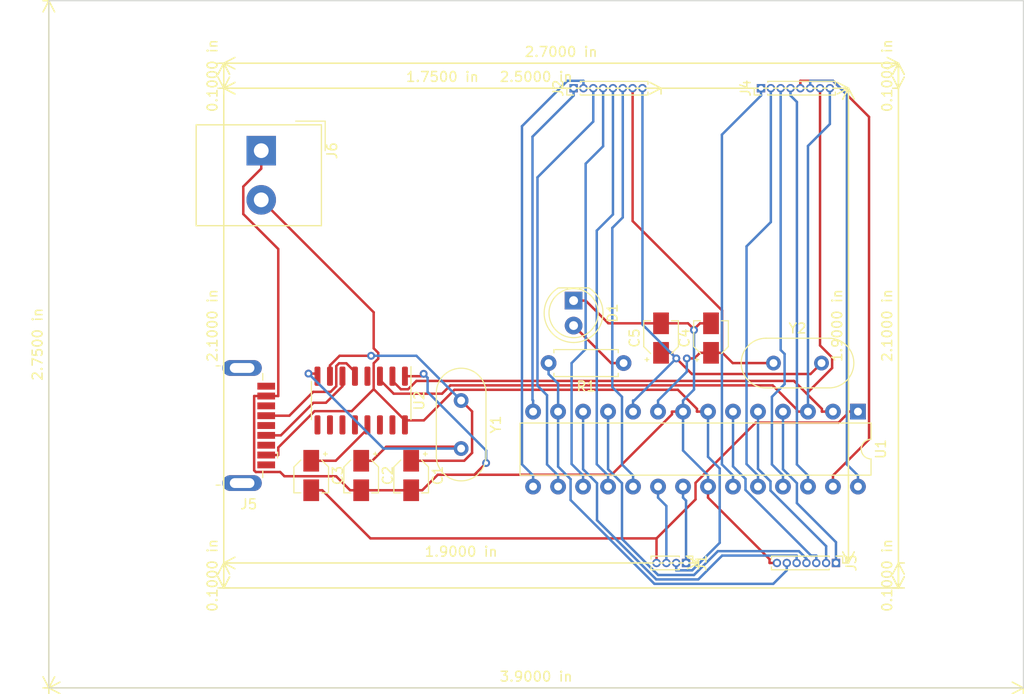
<source format=kicad_pcb>
(kicad_pcb (version 20171130) (host pcbnew "(5.1.0-0)")

  (general
    (thickness 1.6)
    (drawings 17)
    (tracks 300)
    (zones 0)
    (modules 17)
    (nets 34)
  )

  (page A4)
  (title_block
    (title correctproject2)
  )

  (layers
    (0 F.Cu signal)
    (31 B.Cu signal)
    (32 B.Adhes user)
    (33 F.Adhes user)
    (34 B.Paste user)
    (35 F.Paste user)
    (36 B.SilkS user)
    (37 F.SilkS user)
    (38 B.Mask user)
    (39 F.Mask user)
    (40 Dwgs.User user)
    (41 Cmts.User user)
    (42 Eco1.User user)
    (43 Eco2.User user)
    (44 Edge.Cuts user)
    (45 Margin user)
    (46 B.CrtYd user)
    (47 F.CrtYd user)
    (48 B.Fab user)
    (49 F.Fab user)
  )

  (setup
    (last_trace_width 0.25)
    (trace_clearance 0.2)
    (zone_clearance 0.508)
    (zone_45_only no)
    (trace_min 0.2)
    (via_size 0.8)
    (via_drill 0.4)
    (via_min_size 0.4)
    (via_min_drill 0.3)
    (uvia_size 0.3)
    (uvia_drill 0.1)
    (uvias_allowed no)
    (uvia_min_size 0.2)
    (uvia_min_drill 0.1)
    (edge_width 0.1)
    (segment_width 0.2)
    (pcb_text_width 0.3)
    (pcb_text_size 1.5 1.5)
    (mod_edge_width 0.15)
    (mod_text_size 1 1)
    (mod_text_width 0.15)
    (pad_size 1.524 1.524)
    (pad_drill 0.762)
    (pad_to_mask_clearance 0)
    (aux_axis_origin 0 0)
    (visible_elements 7FFFFFFF)
    (pcbplotparams
      (layerselection 0x010fc_ffffffff)
      (usegerberextensions false)
      (usegerberattributes false)
      (usegerberadvancedattributes false)
      (creategerberjobfile false)
      (excludeedgelayer true)
      (linewidth 0.100000)
      (plotframeref false)
      (viasonmask false)
      (mode 1)
      (useauxorigin false)
      (hpglpennumber 1)
      (hpglpenspeed 20)
      (hpglpendiameter 15.000000)
      (psnegative false)
      (psa4output false)
      (plotreference true)
      (plotvalue true)
      (plotinvisibletext false)
      (padsonsilk false)
      (subtractmaskfromsilk false)
      (outputformat 1)
      (mirror false)
      (drillshape 1)
      (scaleselection 1)
      (outputdirectory ""))
  )

  (net 0 "")
  (net 1 "Net-(C1-Pad1)")
  (net 2 /GND)
  (net 3 "Net-(C2-Pad1)")
  (net 4 "Net-(C3-Pad1)")
  (net 5 /RESET)
  (net 6 /XTAL1)
  (net 7 /XTAL2)
  (net 8 "Net-(D1-Pad2)")
  (net 9 "Net-(J1-Pad1)")
  (net 10 +5V)
  (net 11 "Net-(J1-Pad3)")
  (net 12 "Net-(J2-Pad1)")
  (net 13 "Net-(J2-Pad2)")
  (net 14 "Net-(J2-Pad3)")
  (net 15 "Net-(J2-Pad4)")
  (net 16 "Net-(J2-Pad5)")
  (net 17 "Net-(J2-Pad6)")
  (net 18 "Net-(J3-Pad1)")
  (net 19 "Net-(J3-Pad2)")
  (net 20 "Net-(J3-Pad3)")
  (net 21 "Net-(J3-Pad4)")
  (net 22 "Net-(J3-Pad5)")
  (net 23 "Net-(J3-Pad6)")
  (net 24 /TX)
  (net 25 /RX)
  (net 26 "Net-(J4-Pad6)")
  (net 27 "Net-(J4-Pad5)")
  (net 28 "Net-(J4-Pad4)")
  (net 29 "Net-(J4-Pad3)")
  (net 30 "Net-(J4-Pad2)")
  (net 31 "Net-(J4-Pad1)")
  (net 32 "Net-(J5-Pad3)")
  (net 33 "Net-(J5-Pad2)")

  (net_class Default "This is the default net class."
    (clearance 0.2)
    (trace_width 0.25)
    (via_dia 0.8)
    (via_drill 0.4)
    (uvia_dia 0.3)
    (uvia_drill 0.1)
    (add_net +5V)
    (add_net /GND)
    (add_net /RESET)
    (add_net /RX)
    (add_net /TX)
    (add_net /XTAL1)
    (add_net /XTAL2)
    (add_net "Net-(C1-Pad1)")
    (add_net "Net-(C2-Pad1)")
    (add_net "Net-(C3-Pad1)")
    (add_net "Net-(D1-Pad2)")
    (add_net "Net-(J1-Pad1)")
    (add_net "Net-(J1-Pad3)")
    (add_net "Net-(J2-Pad1)")
    (add_net "Net-(J2-Pad2)")
    (add_net "Net-(J2-Pad3)")
    (add_net "Net-(J2-Pad4)")
    (add_net "Net-(J2-Pad5)")
    (add_net "Net-(J2-Pad6)")
    (add_net "Net-(J3-Pad1)")
    (add_net "Net-(J3-Pad2)")
    (add_net "Net-(J3-Pad3)")
    (add_net "Net-(J3-Pad4)")
    (add_net "Net-(J3-Pad5)")
    (add_net "Net-(J3-Pad6)")
    (add_net "Net-(J4-Pad1)")
    (add_net "Net-(J4-Pad2)")
    (add_net "Net-(J4-Pad3)")
    (add_net "Net-(J4-Pad4)")
    (add_net "Net-(J4-Pad5)")
    (add_net "Net-(J4-Pad6)")
    (add_net "Net-(J5-Pad2)")
    (add_net "Net-(J5-Pad3)")
  )

  (module Capacitor_SMD:CP_Elec_3x5.3 (layer F.Cu) (tedit 5B303299) (tstamp 5DB3FE9B)
    (at 189.23 95.25 270)
    (descr "SMT capacitor, aluminium electrolytic, 3x5.3, Cornell Dubilier Electronics ")
    (tags "Capacitor Electrolytic")
    (path /5DB07819)
    (attr smd)
    (fp_text reference C1 (at 0 -2.7 90) (layer F.SilkS)
      (effects (font (size 1 1) (thickness 0.15)))
    )
    (fp_text value 22pF (at 0 2.7 90) (layer F.Fab)
      (effects (font (size 1 1) (thickness 0.15)))
    )
    (fp_circle (center 0 0) (end 1.5 0) (layer F.Fab) (width 0.1))
    (fp_line (start 1.65 -1.65) (end 1.65 1.65) (layer F.Fab) (width 0.1))
    (fp_line (start -0.825 -1.65) (end 1.65 -1.65) (layer F.Fab) (width 0.1))
    (fp_line (start -0.825 1.65) (end 1.65 1.65) (layer F.Fab) (width 0.1))
    (fp_line (start -1.65 -0.825) (end -1.65 0.825) (layer F.Fab) (width 0.1))
    (fp_line (start -1.65 -0.825) (end -0.825 -1.65) (layer F.Fab) (width 0.1))
    (fp_line (start -1.65 0.825) (end -0.825 1.65) (layer F.Fab) (width 0.1))
    (fp_line (start -1.110469 -0.8) (end -0.810469 -0.8) (layer F.Fab) (width 0.1))
    (fp_line (start -0.960469 -0.95) (end -0.960469 -0.65) (layer F.Fab) (width 0.1))
    (fp_line (start 1.76 1.76) (end 1.76 1.06) (layer F.SilkS) (width 0.12))
    (fp_line (start 1.76 -1.76) (end 1.76 -1.06) (layer F.SilkS) (width 0.12))
    (fp_line (start -0.870563 -1.76) (end 1.76 -1.76) (layer F.SilkS) (width 0.12))
    (fp_line (start -0.870563 1.76) (end 1.76 1.76) (layer F.SilkS) (width 0.12))
    (fp_line (start -1.570563 -1.06) (end -0.870563 -1.76) (layer F.SilkS) (width 0.12))
    (fp_line (start -1.570563 1.06) (end -0.870563 1.76) (layer F.SilkS) (width 0.12))
    (fp_line (start -2.375 -1.435) (end -2 -1.435) (layer F.SilkS) (width 0.12))
    (fp_line (start -2.1875 -1.6225) (end -2.1875 -1.2475) (layer F.SilkS) (width 0.12))
    (fp_line (start 1.9 -1.9) (end 1.9 -1.05) (layer F.CrtYd) (width 0.05))
    (fp_line (start 1.9 -1.05) (end 2.85 -1.05) (layer F.CrtYd) (width 0.05))
    (fp_line (start 2.85 -1.05) (end 2.85 1.05) (layer F.CrtYd) (width 0.05))
    (fp_line (start 2.85 1.05) (end 1.9 1.05) (layer F.CrtYd) (width 0.05))
    (fp_line (start 1.9 1.05) (end 1.9 1.9) (layer F.CrtYd) (width 0.05))
    (fp_line (start -0.93 1.9) (end 1.9 1.9) (layer F.CrtYd) (width 0.05))
    (fp_line (start -0.93 -1.9) (end 1.9 -1.9) (layer F.CrtYd) (width 0.05))
    (fp_line (start -1.78 1.05) (end -0.93 1.9) (layer F.CrtYd) (width 0.05))
    (fp_line (start -1.78 -1.05) (end -0.93 -1.9) (layer F.CrtYd) (width 0.05))
    (fp_line (start -1.78 -1.05) (end -2.85 -1.05) (layer F.CrtYd) (width 0.05))
    (fp_line (start -2.85 -1.05) (end -2.85 1.05) (layer F.CrtYd) (width 0.05))
    (fp_line (start -2.85 1.05) (end -1.78 1.05) (layer F.CrtYd) (width 0.05))
    (fp_text user %R (at 0 0 90) (layer F.Fab)
      (effects (font (size 0.6 0.6) (thickness 0.09)))
    )
    (pad 1 smd rect (at -1.5 0 270) (size 2.2 1.6) (layers F.Cu F.Paste F.Mask)
      (net 1 "Net-(C1-Pad1)"))
    (pad 2 smd rect (at 1.5 0 270) (size 2.2 1.6) (layers F.Cu F.Paste F.Mask)
      (net 2 /GND))
    (model ${KISYS3DMOD}/Capacitor_SMD.3dshapes/CP_Elec_3x5.3.wrl
      (at (xyz 0 0 0))
      (scale (xyz 1 1 1))
      (rotate (xyz 0 0 0))
    )
  )

  (module Capacitor_SMD:CP_Elec_3x5.3 (layer F.Cu) (tedit 5B303299) (tstamp 5DB3FEBF)
    (at 184.15 95.25 270)
    (descr "SMT capacitor, aluminium electrolytic, 3x5.3, Cornell Dubilier Electronics ")
    (tags "Capacitor Electrolytic")
    (path /5DB07BD9)
    (attr smd)
    (fp_text reference C2 (at 0 -2.7 90) (layer F.SilkS)
      (effects (font (size 1 1) (thickness 0.15)))
    )
    (fp_text value 22pF (at 0 2.7 90) (layer F.Fab)
      (effects (font (size 1 1) (thickness 0.15)))
    )
    (fp_text user %R (at 0 0 90) (layer F.Fab)
      (effects (font (size 0.6 0.6) (thickness 0.09)))
    )
    (fp_line (start -2.85 1.05) (end -1.78 1.05) (layer F.CrtYd) (width 0.05))
    (fp_line (start -2.85 -1.05) (end -2.85 1.05) (layer F.CrtYd) (width 0.05))
    (fp_line (start -1.78 -1.05) (end -2.85 -1.05) (layer F.CrtYd) (width 0.05))
    (fp_line (start -1.78 -1.05) (end -0.93 -1.9) (layer F.CrtYd) (width 0.05))
    (fp_line (start -1.78 1.05) (end -0.93 1.9) (layer F.CrtYd) (width 0.05))
    (fp_line (start -0.93 -1.9) (end 1.9 -1.9) (layer F.CrtYd) (width 0.05))
    (fp_line (start -0.93 1.9) (end 1.9 1.9) (layer F.CrtYd) (width 0.05))
    (fp_line (start 1.9 1.05) (end 1.9 1.9) (layer F.CrtYd) (width 0.05))
    (fp_line (start 2.85 1.05) (end 1.9 1.05) (layer F.CrtYd) (width 0.05))
    (fp_line (start 2.85 -1.05) (end 2.85 1.05) (layer F.CrtYd) (width 0.05))
    (fp_line (start 1.9 -1.05) (end 2.85 -1.05) (layer F.CrtYd) (width 0.05))
    (fp_line (start 1.9 -1.9) (end 1.9 -1.05) (layer F.CrtYd) (width 0.05))
    (fp_line (start -2.1875 -1.6225) (end -2.1875 -1.2475) (layer F.SilkS) (width 0.12))
    (fp_line (start -2.375 -1.435) (end -2 -1.435) (layer F.SilkS) (width 0.12))
    (fp_line (start -1.570563 1.06) (end -0.870563 1.76) (layer F.SilkS) (width 0.12))
    (fp_line (start -1.570563 -1.06) (end -0.870563 -1.76) (layer F.SilkS) (width 0.12))
    (fp_line (start -0.870563 1.76) (end 1.76 1.76) (layer F.SilkS) (width 0.12))
    (fp_line (start -0.870563 -1.76) (end 1.76 -1.76) (layer F.SilkS) (width 0.12))
    (fp_line (start 1.76 -1.76) (end 1.76 -1.06) (layer F.SilkS) (width 0.12))
    (fp_line (start 1.76 1.76) (end 1.76 1.06) (layer F.SilkS) (width 0.12))
    (fp_line (start -0.960469 -0.95) (end -0.960469 -0.65) (layer F.Fab) (width 0.1))
    (fp_line (start -1.110469 -0.8) (end -0.810469 -0.8) (layer F.Fab) (width 0.1))
    (fp_line (start -1.65 0.825) (end -0.825 1.65) (layer F.Fab) (width 0.1))
    (fp_line (start -1.65 -0.825) (end -0.825 -1.65) (layer F.Fab) (width 0.1))
    (fp_line (start -1.65 -0.825) (end -1.65 0.825) (layer F.Fab) (width 0.1))
    (fp_line (start -0.825 1.65) (end 1.65 1.65) (layer F.Fab) (width 0.1))
    (fp_line (start -0.825 -1.65) (end 1.65 -1.65) (layer F.Fab) (width 0.1))
    (fp_line (start 1.65 -1.65) (end 1.65 1.65) (layer F.Fab) (width 0.1))
    (fp_circle (center 0 0) (end 1.5 0) (layer F.Fab) (width 0.1))
    (pad 2 smd rect (at 1.5 0 270) (size 2.2 1.6) (layers F.Cu F.Paste F.Mask)
      (net 2 /GND))
    (pad 1 smd rect (at -1.5 0 270) (size 2.2 1.6) (layers F.Cu F.Paste F.Mask)
      (net 3 "Net-(C2-Pad1)"))
    (model ${KISYS3DMOD}/Capacitor_SMD.3dshapes/CP_Elec_3x5.3.wrl
      (at (xyz 0 0 0))
      (scale (xyz 1 1 1))
      (rotate (xyz 0 0 0))
    )
  )

  (module Capacitor_SMD:CP_Elec_3x5.3 (layer F.Cu) (tedit 5B303299) (tstamp 5DB3FEE3)
    (at 179.07 95.25 270)
    (descr "SMT capacitor, aluminium electrolytic, 3x5.3, Cornell Dubilier Electronics ")
    (tags "Capacitor Electrolytic")
    (path /5DB0BE0F)
    (attr smd)
    (fp_text reference C3 (at 0 -2.7 90) (layer F.SilkS)
      (effects (font (size 1 1) (thickness 0.15)))
    )
    (fp_text value 22pF (at 0 2.7 90) (layer F.Fab)
      (effects (font (size 1 1) (thickness 0.15)))
    )
    (fp_circle (center 0 0) (end 1.5 0) (layer F.Fab) (width 0.1))
    (fp_line (start 1.65 -1.65) (end 1.65 1.65) (layer F.Fab) (width 0.1))
    (fp_line (start -0.825 -1.65) (end 1.65 -1.65) (layer F.Fab) (width 0.1))
    (fp_line (start -0.825 1.65) (end 1.65 1.65) (layer F.Fab) (width 0.1))
    (fp_line (start -1.65 -0.825) (end -1.65 0.825) (layer F.Fab) (width 0.1))
    (fp_line (start -1.65 -0.825) (end -0.825 -1.65) (layer F.Fab) (width 0.1))
    (fp_line (start -1.65 0.825) (end -0.825 1.65) (layer F.Fab) (width 0.1))
    (fp_line (start -1.110469 -0.8) (end -0.810469 -0.8) (layer F.Fab) (width 0.1))
    (fp_line (start -0.960469 -0.95) (end -0.960469 -0.65) (layer F.Fab) (width 0.1))
    (fp_line (start 1.76 1.76) (end 1.76 1.06) (layer F.SilkS) (width 0.12))
    (fp_line (start 1.76 -1.76) (end 1.76 -1.06) (layer F.SilkS) (width 0.12))
    (fp_line (start -0.870563 -1.76) (end 1.76 -1.76) (layer F.SilkS) (width 0.12))
    (fp_line (start -0.870563 1.76) (end 1.76 1.76) (layer F.SilkS) (width 0.12))
    (fp_line (start -1.570563 -1.06) (end -0.870563 -1.76) (layer F.SilkS) (width 0.12))
    (fp_line (start -1.570563 1.06) (end -0.870563 1.76) (layer F.SilkS) (width 0.12))
    (fp_line (start -2.375 -1.435) (end -2 -1.435) (layer F.SilkS) (width 0.12))
    (fp_line (start -2.1875 -1.6225) (end -2.1875 -1.2475) (layer F.SilkS) (width 0.12))
    (fp_line (start 1.9 -1.9) (end 1.9 -1.05) (layer F.CrtYd) (width 0.05))
    (fp_line (start 1.9 -1.05) (end 2.85 -1.05) (layer F.CrtYd) (width 0.05))
    (fp_line (start 2.85 -1.05) (end 2.85 1.05) (layer F.CrtYd) (width 0.05))
    (fp_line (start 2.85 1.05) (end 1.9 1.05) (layer F.CrtYd) (width 0.05))
    (fp_line (start 1.9 1.05) (end 1.9 1.9) (layer F.CrtYd) (width 0.05))
    (fp_line (start -0.93 1.9) (end 1.9 1.9) (layer F.CrtYd) (width 0.05))
    (fp_line (start -0.93 -1.9) (end 1.9 -1.9) (layer F.CrtYd) (width 0.05))
    (fp_line (start -1.78 1.05) (end -0.93 1.9) (layer F.CrtYd) (width 0.05))
    (fp_line (start -1.78 -1.05) (end -0.93 -1.9) (layer F.CrtYd) (width 0.05))
    (fp_line (start -1.78 -1.05) (end -2.85 -1.05) (layer F.CrtYd) (width 0.05))
    (fp_line (start -2.85 -1.05) (end -2.85 1.05) (layer F.CrtYd) (width 0.05))
    (fp_line (start -2.85 1.05) (end -1.78 1.05) (layer F.CrtYd) (width 0.05))
    (fp_text user %R (at 0 0 90) (layer F.Fab)
      (effects (font (size 0.6 0.6) (thickness 0.09)))
    )
    (pad 1 smd rect (at -1.5 0 270) (size 2.2 1.6) (layers F.Cu F.Paste F.Mask)
      (net 4 "Net-(C3-Pad1)"))
    (pad 2 smd rect (at 1.5 0 270) (size 2.2 1.6) (layers F.Cu F.Paste F.Mask)
      (net 5 /RESET))
    (model ${KISYS3DMOD}/Capacitor_SMD.3dshapes/CP_Elec_3x5.3.wrl
      (at (xyz 0 0 0))
      (scale (xyz 1 1 1))
      (rotate (xyz 0 0 0))
    )
  )

  (module Capacitor_SMD:CP_Elec_3x5.3 (layer F.Cu) (tedit 5B303299) (tstamp 5DB3FF07)
    (at 219.71 81.28 90)
    (descr "SMT capacitor, aluminium electrolytic, 3x5.3, Cornell Dubilier Electronics ")
    (tags "Capacitor Electrolytic")
    (path /5DB0829C)
    (attr smd)
    (fp_text reference C4 (at 0 -2.7 90) (layer F.SilkS)
      (effects (font (size 1 1) (thickness 0.15)))
    )
    (fp_text value 22pF (at 0 2.7 90) (layer F.Fab)
      (effects (font (size 1 1) (thickness 0.15)))
    )
    (fp_text user %R (at 0 0 90) (layer F.Fab)
      (effects (font (size 0.6 0.6) (thickness 0.09)))
    )
    (fp_line (start -2.85 1.05) (end -1.78 1.05) (layer F.CrtYd) (width 0.05))
    (fp_line (start -2.85 -1.05) (end -2.85 1.05) (layer F.CrtYd) (width 0.05))
    (fp_line (start -1.78 -1.05) (end -2.85 -1.05) (layer F.CrtYd) (width 0.05))
    (fp_line (start -1.78 -1.05) (end -0.93 -1.9) (layer F.CrtYd) (width 0.05))
    (fp_line (start -1.78 1.05) (end -0.93 1.9) (layer F.CrtYd) (width 0.05))
    (fp_line (start -0.93 -1.9) (end 1.9 -1.9) (layer F.CrtYd) (width 0.05))
    (fp_line (start -0.93 1.9) (end 1.9 1.9) (layer F.CrtYd) (width 0.05))
    (fp_line (start 1.9 1.05) (end 1.9 1.9) (layer F.CrtYd) (width 0.05))
    (fp_line (start 2.85 1.05) (end 1.9 1.05) (layer F.CrtYd) (width 0.05))
    (fp_line (start 2.85 -1.05) (end 2.85 1.05) (layer F.CrtYd) (width 0.05))
    (fp_line (start 1.9 -1.05) (end 2.85 -1.05) (layer F.CrtYd) (width 0.05))
    (fp_line (start 1.9 -1.9) (end 1.9 -1.05) (layer F.CrtYd) (width 0.05))
    (fp_line (start -2.1875 -1.6225) (end -2.1875 -1.2475) (layer F.SilkS) (width 0.12))
    (fp_line (start -2.375 -1.435) (end -2 -1.435) (layer F.SilkS) (width 0.12))
    (fp_line (start -1.570563 1.06) (end -0.870563 1.76) (layer F.SilkS) (width 0.12))
    (fp_line (start -1.570563 -1.06) (end -0.870563 -1.76) (layer F.SilkS) (width 0.12))
    (fp_line (start -0.870563 1.76) (end 1.76 1.76) (layer F.SilkS) (width 0.12))
    (fp_line (start -0.870563 -1.76) (end 1.76 -1.76) (layer F.SilkS) (width 0.12))
    (fp_line (start 1.76 -1.76) (end 1.76 -1.06) (layer F.SilkS) (width 0.12))
    (fp_line (start 1.76 1.76) (end 1.76 1.06) (layer F.SilkS) (width 0.12))
    (fp_line (start -0.960469 -0.95) (end -0.960469 -0.65) (layer F.Fab) (width 0.1))
    (fp_line (start -1.110469 -0.8) (end -0.810469 -0.8) (layer F.Fab) (width 0.1))
    (fp_line (start -1.65 0.825) (end -0.825 1.65) (layer F.Fab) (width 0.1))
    (fp_line (start -1.65 -0.825) (end -0.825 -1.65) (layer F.Fab) (width 0.1))
    (fp_line (start -1.65 -0.825) (end -1.65 0.825) (layer F.Fab) (width 0.1))
    (fp_line (start -0.825 1.65) (end 1.65 1.65) (layer F.Fab) (width 0.1))
    (fp_line (start -0.825 -1.65) (end 1.65 -1.65) (layer F.Fab) (width 0.1))
    (fp_line (start 1.65 -1.65) (end 1.65 1.65) (layer F.Fab) (width 0.1))
    (fp_circle (center 0 0) (end 1.5 0) (layer F.Fab) (width 0.1))
    (pad 2 smd rect (at 1.5 0 90) (size 2.2 1.6) (layers F.Cu F.Paste F.Mask)
      (net 2 /GND))
    (pad 1 smd rect (at -1.5 0 90) (size 2.2 1.6) (layers F.Cu F.Paste F.Mask)
      (net 6 /XTAL1))
    (model ${KISYS3DMOD}/Capacitor_SMD.3dshapes/CP_Elec_3x5.3.wrl
      (at (xyz 0 0 0))
      (scale (xyz 1 1 1))
      (rotate (xyz 0 0 0))
    )
  )

  (module Capacitor_SMD:CP_Elec_3x5.3 (layer F.Cu) (tedit 5B303299) (tstamp 5DB3FF2B)
    (at 214.63 81.28 90)
    (descr "SMT capacitor, aluminium electrolytic, 3x5.3, Cornell Dubilier Electronics ")
    (tags "Capacitor Electrolytic")
    (path /5DB087FF)
    (attr smd)
    (fp_text reference C5 (at 0 -2.7 90) (layer F.SilkS)
      (effects (font (size 1 1) (thickness 0.15)))
    )
    (fp_text value 22pF (at 0 2.7 90) (layer F.Fab)
      (effects (font (size 1 1) (thickness 0.15)))
    )
    (fp_circle (center 0 0) (end 1.5 0) (layer F.Fab) (width 0.1))
    (fp_line (start 1.65 -1.65) (end 1.65 1.65) (layer F.Fab) (width 0.1))
    (fp_line (start -0.825 -1.65) (end 1.65 -1.65) (layer F.Fab) (width 0.1))
    (fp_line (start -0.825 1.65) (end 1.65 1.65) (layer F.Fab) (width 0.1))
    (fp_line (start -1.65 -0.825) (end -1.65 0.825) (layer F.Fab) (width 0.1))
    (fp_line (start -1.65 -0.825) (end -0.825 -1.65) (layer F.Fab) (width 0.1))
    (fp_line (start -1.65 0.825) (end -0.825 1.65) (layer F.Fab) (width 0.1))
    (fp_line (start -1.110469 -0.8) (end -0.810469 -0.8) (layer F.Fab) (width 0.1))
    (fp_line (start -0.960469 -0.95) (end -0.960469 -0.65) (layer F.Fab) (width 0.1))
    (fp_line (start 1.76 1.76) (end 1.76 1.06) (layer F.SilkS) (width 0.12))
    (fp_line (start 1.76 -1.76) (end 1.76 -1.06) (layer F.SilkS) (width 0.12))
    (fp_line (start -0.870563 -1.76) (end 1.76 -1.76) (layer F.SilkS) (width 0.12))
    (fp_line (start -0.870563 1.76) (end 1.76 1.76) (layer F.SilkS) (width 0.12))
    (fp_line (start -1.570563 -1.06) (end -0.870563 -1.76) (layer F.SilkS) (width 0.12))
    (fp_line (start -1.570563 1.06) (end -0.870563 1.76) (layer F.SilkS) (width 0.12))
    (fp_line (start -2.375 -1.435) (end -2 -1.435) (layer F.SilkS) (width 0.12))
    (fp_line (start -2.1875 -1.6225) (end -2.1875 -1.2475) (layer F.SilkS) (width 0.12))
    (fp_line (start 1.9 -1.9) (end 1.9 -1.05) (layer F.CrtYd) (width 0.05))
    (fp_line (start 1.9 -1.05) (end 2.85 -1.05) (layer F.CrtYd) (width 0.05))
    (fp_line (start 2.85 -1.05) (end 2.85 1.05) (layer F.CrtYd) (width 0.05))
    (fp_line (start 2.85 1.05) (end 1.9 1.05) (layer F.CrtYd) (width 0.05))
    (fp_line (start 1.9 1.05) (end 1.9 1.9) (layer F.CrtYd) (width 0.05))
    (fp_line (start -0.93 1.9) (end 1.9 1.9) (layer F.CrtYd) (width 0.05))
    (fp_line (start -0.93 -1.9) (end 1.9 -1.9) (layer F.CrtYd) (width 0.05))
    (fp_line (start -1.78 1.05) (end -0.93 1.9) (layer F.CrtYd) (width 0.05))
    (fp_line (start -1.78 -1.05) (end -0.93 -1.9) (layer F.CrtYd) (width 0.05))
    (fp_line (start -1.78 -1.05) (end -2.85 -1.05) (layer F.CrtYd) (width 0.05))
    (fp_line (start -2.85 -1.05) (end -2.85 1.05) (layer F.CrtYd) (width 0.05))
    (fp_line (start -2.85 1.05) (end -1.78 1.05) (layer F.CrtYd) (width 0.05))
    (fp_text user %R (at 0 0 90) (layer F.Fab)
      (effects (font (size 0.6 0.6) (thickness 0.09)))
    )
    (pad 1 smd rect (at -1.5 0 90) (size 2.2 1.6) (layers F.Cu F.Paste F.Mask)
      (net 7 /XTAL2))
    (pad 2 smd rect (at 1.5 0 90) (size 2.2 1.6) (layers F.Cu F.Paste F.Mask)
      (net 2 /GND))
    (model ${KISYS3DMOD}/Capacitor_SMD.3dshapes/CP_Elec_3x5.3.wrl
      (at (xyz 0 0 0))
      (scale (xyz 1 1 1))
      (rotate (xyz 0 0 0))
    )
  )

  (module LED_THT:LED_D5.0mm (layer F.Cu) (tedit 5995936A) (tstamp 5DB3FF3D)
    (at 205.74 77.47 270)
    (descr "LED, diameter 5.0mm, 2 pins, http://cdn-reichelt.de/documents/datenblatt/A500/LL-504BC2E-009.pdf")
    (tags "LED diameter 5.0mm 2 pins")
    (path /5DB0A6B7)
    (fp_text reference D1 (at 1.27 -3.96 90) (layer F.SilkS)
      (effects (font (size 1 1) (thickness 0.15)))
    )
    (fp_text value LED (at 1.27 3.96 90) (layer F.Fab)
      (effects (font (size 1 1) (thickness 0.15)))
    )
    (fp_arc (start 1.27 0) (end -1.23 -1.469694) (angle 299.1) (layer F.Fab) (width 0.1))
    (fp_arc (start 1.27 0) (end -1.29 -1.54483) (angle 148.9) (layer F.SilkS) (width 0.12))
    (fp_arc (start 1.27 0) (end -1.29 1.54483) (angle -148.9) (layer F.SilkS) (width 0.12))
    (fp_circle (center 1.27 0) (end 3.77 0) (layer F.Fab) (width 0.1))
    (fp_circle (center 1.27 0) (end 3.77 0) (layer F.SilkS) (width 0.12))
    (fp_line (start -1.23 -1.469694) (end -1.23 1.469694) (layer F.Fab) (width 0.1))
    (fp_line (start -1.29 -1.545) (end -1.29 1.545) (layer F.SilkS) (width 0.12))
    (fp_line (start -1.95 -3.25) (end -1.95 3.25) (layer F.CrtYd) (width 0.05))
    (fp_line (start -1.95 3.25) (end 4.5 3.25) (layer F.CrtYd) (width 0.05))
    (fp_line (start 4.5 3.25) (end 4.5 -3.25) (layer F.CrtYd) (width 0.05))
    (fp_line (start 4.5 -3.25) (end -1.95 -3.25) (layer F.CrtYd) (width 0.05))
    (fp_text user %R (at 1.25 0 90) (layer F.Fab)
      (effects (font (size 0.8 0.8) (thickness 0.2)))
    )
    (pad 1 thru_hole rect (at 0 0 270) (size 1.8 1.8) (drill 0.9) (layers *.Cu *.Mask)
      (net 2 /GND))
    (pad 2 thru_hole circle (at 2.54 0 270) (size 1.8 1.8) (drill 0.9) (layers *.Cu *.Mask)
      (net 8 "Net-(D1-Pad2)"))
    (model ${KISYS3DMOD}/LED_THT.3dshapes/LED_D5.0mm.wrl
      (at (xyz 0 0 0))
      (scale (xyz 1 1 1))
      (rotate (xyz 0 0 0))
    )
  )

  (module Connector_PinHeader_1.00mm:PinHeader_1x04_P1.00mm_Vertical (layer F.Cu) (tedit 59FED738) (tstamp 5DB3FF57)
    (at 217.17 104.14 270)
    (descr "Through hole straight pin header, 1x04, 1.00mm pitch, single row")
    (tags "Through hole pin header THT 1x04 1.00mm single row")
    (path /5DB0D209)
    (fp_text reference J1 (at 0 -1.56 90) (layer F.SilkS)
      (effects (font (size 1 1) (thickness 0.15)))
    )
    (fp_text value Conn_01x04_Female (at 0 4.56 90) (layer F.Fab)
      (effects (font (size 1 1) (thickness 0.15)))
    )
    (fp_line (start -0.3175 -0.5) (end 0.635 -0.5) (layer F.Fab) (width 0.1))
    (fp_line (start 0.635 -0.5) (end 0.635 3.5) (layer F.Fab) (width 0.1))
    (fp_line (start 0.635 3.5) (end -0.635 3.5) (layer F.Fab) (width 0.1))
    (fp_line (start -0.635 3.5) (end -0.635 -0.1825) (layer F.Fab) (width 0.1))
    (fp_line (start -0.635 -0.1825) (end -0.3175 -0.5) (layer F.Fab) (width 0.1))
    (fp_line (start -0.695 3.56) (end -0.394493 3.56) (layer F.SilkS) (width 0.12))
    (fp_line (start 0.394493 3.56) (end 0.695 3.56) (layer F.SilkS) (width 0.12))
    (fp_line (start -0.695 0.685) (end -0.695 3.56) (layer F.SilkS) (width 0.12))
    (fp_line (start 0.695 0.685) (end 0.695 3.56) (layer F.SilkS) (width 0.12))
    (fp_line (start -0.695 0.685) (end -0.608276 0.685) (layer F.SilkS) (width 0.12))
    (fp_line (start 0.608276 0.685) (end 0.695 0.685) (layer F.SilkS) (width 0.12))
    (fp_line (start -0.695 0) (end -0.695 -0.685) (layer F.SilkS) (width 0.12))
    (fp_line (start -0.695 -0.685) (end 0 -0.685) (layer F.SilkS) (width 0.12))
    (fp_line (start -1.15 -1) (end -1.15 4) (layer F.CrtYd) (width 0.05))
    (fp_line (start -1.15 4) (end 1.15 4) (layer F.CrtYd) (width 0.05))
    (fp_line (start 1.15 4) (end 1.15 -1) (layer F.CrtYd) (width 0.05))
    (fp_line (start 1.15 -1) (end -1.15 -1) (layer F.CrtYd) (width 0.05))
    (fp_text user %R (at 0 1.5) (layer F.Fab)
      (effects (font (size 0.76 0.76) (thickness 0.114)))
    )
    (pad 1 thru_hole rect (at 0 0 270) (size 0.85 0.85) (drill 0.5) (layers *.Cu *.Mask)
      (net 9 "Net-(J1-Pad1)"))
    (pad 2 thru_hole oval (at 0 1 270) (size 0.85 0.85) (drill 0.5) (layers *.Cu *.Mask)
      (net 10 +5V))
    (pad 3 thru_hole oval (at 0 2 270) (size 0.85 0.85) (drill 0.5) (layers *.Cu *.Mask)
      (net 11 "Net-(J1-Pad3)"))
    (pad 4 thru_hole oval (at 0 3 270) (size 0.85 0.85) (drill 0.5) (layers *.Cu *.Mask)
      (net 5 /RESET))
    (model ${KISYS3DMOD}/Connector_PinHeader_1.00mm.3dshapes/PinHeader_1x04_P1.00mm_Vertical.wrl
      (at (xyz 0 0 0))
      (scale (xyz 1 1 1))
      (rotate (xyz 0 0 0))
    )
  )

  (module Connector_PinHeader_1.00mm:PinHeader_1x08_P1.00mm_Vertical (layer F.Cu) (tedit 59FED738) (tstamp 5DB3FF75)
    (at 205.74 55.88 90)
    (descr "Through hole straight pin header, 1x08, 1.00mm pitch, single row")
    (tags "Through hole pin header THT 1x08 1.00mm single row")
    (path /5DB14AFB)
    (fp_text reference J2 (at 0 -1.56 90) (layer F.SilkS)
      (effects (font (size 1 1) (thickness 0.15)))
    )
    (fp_text value Conn_01x08_Female (at 0 8.56 90) (layer F.Fab)
      (effects (font (size 1 1) (thickness 0.15)))
    )
    (fp_line (start -0.3175 -0.5) (end 0.635 -0.5) (layer F.Fab) (width 0.1))
    (fp_line (start 0.635 -0.5) (end 0.635 7.5) (layer F.Fab) (width 0.1))
    (fp_line (start 0.635 7.5) (end -0.635 7.5) (layer F.Fab) (width 0.1))
    (fp_line (start -0.635 7.5) (end -0.635 -0.1825) (layer F.Fab) (width 0.1))
    (fp_line (start -0.635 -0.1825) (end -0.3175 -0.5) (layer F.Fab) (width 0.1))
    (fp_line (start -0.695 7.56) (end -0.394493 7.56) (layer F.SilkS) (width 0.12))
    (fp_line (start 0.394493 7.56) (end 0.695 7.56) (layer F.SilkS) (width 0.12))
    (fp_line (start -0.695 0.685) (end -0.695 7.56) (layer F.SilkS) (width 0.12))
    (fp_line (start 0.695 0.685) (end 0.695 7.56) (layer F.SilkS) (width 0.12))
    (fp_line (start -0.695 0.685) (end -0.608276 0.685) (layer F.SilkS) (width 0.12))
    (fp_line (start 0.608276 0.685) (end 0.695 0.685) (layer F.SilkS) (width 0.12))
    (fp_line (start -0.695 0) (end -0.695 -0.685) (layer F.SilkS) (width 0.12))
    (fp_line (start -0.695 -0.685) (end 0 -0.685) (layer F.SilkS) (width 0.12))
    (fp_line (start -1.15 -1) (end -1.15 8) (layer F.CrtYd) (width 0.05))
    (fp_line (start -1.15 8) (end 1.15 8) (layer F.CrtYd) (width 0.05))
    (fp_line (start 1.15 8) (end 1.15 -1) (layer F.CrtYd) (width 0.05))
    (fp_line (start 1.15 -1) (end -1.15 -1) (layer F.CrtYd) (width 0.05))
    (fp_text user %R (at 0 3.5) (layer F.Fab)
      (effects (font (size 0.76 0.76) (thickness 0.114)))
    )
    (pad 1 thru_hole rect (at 0 0 90) (size 0.85 0.85) (drill 0.5) (layers *.Cu *.Mask)
      (net 12 "Net-(J2-Pad1)"))
    (pad 2 thru_hole oval (at 0 1 90) (size 0.85 0.85) (drill 0.5) (layers *.Cu *.Mask)
      (net 13 "Net-(J2-Pad2)"))
    (pad 3 thru_hole oval (at 0 2 90) (size 0.85 0.85) (drill 0.5) (layers *.Cu *.Mask)
      (net 14 "Net-(J2-Pad3)"))
    (pad 4 thru_hole oval (at 0 3 90) (size 0.85 0.85) (drill 0.5) (layers *.Cu *.Mask)
      (net 15 "Net-(J2-Pad4)"))
    (pad 5 thru_hole oval (at 0 4 90) (size 0.85 0.85) (drill 0.5) (layers *.Cu *.Mask)
      (net 16 "Net-(J2-Pad5)"))
    (pad 6 thru_hole oval (at 0 5 90) (size 0.85 0.85) (drill 0.5) (layers *.Cu *.Mask)
      (net 17 "Net-(J2-Pad6)"))
    (pad 7 thru_hole oval (at 0 6 90) (size 0.85 0.85) (drill 0.5) (layers *.Cu *.Mask)
      (net 6 /XTAL1))
    (pad 8 thru_hole oval (at 0 7 90) (size 0.85 0.85) (drill 0.5) (layers *.Cu *.Mask)
      (net 7 /XTAL2))
    (model ${KISYS3DMOD}/Connector_PinHeader_1.00mm.3dshapes/PinHeader_1x08_P1.00mm_Vertical.wrl
      (at (xyz 0 0 0))
      (scale (xyz 1 1 1))
      (rotate (xyz 0 0 0))
    )
  )

  (module Connector_PinHeader_1.00mm:PinHeader_1x07_P1.00mm_Vertical (layer F.Cu) (tedit 59FED738) (tstamp 5DB3FF92)
    (at 232.41 104.14 270)
    (descr "Through hole straight pin header, 1x07, 1.00mm pitch, single row")
    (tags "Through hole pin header THT 1x07 1.00mm single row")
    (path /5DB109D6)
    (fp_text reference J3 (at 0 -1.56 90) (layer F.SilkS)
      (effects (font (size 1 1) (thickness 0.15)))
    )
    (fp_text value Conn_01x07_Female (at 0 7.56 90) (layer F.Fab)
      (effects (font (size 1 1) (thickness 0.15)))
    )
    (fp_line (start -0.3175 -0.5) (end 0.635 -0.5) (layer F.Fab) (width 0.1))
    (fp_line (start 0.635 -0.5) (end 0.635 6.5) (layer F.Fab) (width 0.1))
    (fp_line (start 0.635 6.5) (end -0.635 6.5) (layer F.Fab) (width 0.1))
    (fp_line (start -0.635 6.5) (end -0.635 -0.1825) (layer F.Fab) (width 0.1))
    (fp_line (start -0.635 -0.1825) (end -0.3175 -0.5) (layer F.Fab) (width 0.1))
    (fp_line (start -0.695 6.56) (end -0.394493 6.56) (layer F.SilkS) (width 0.12))
    (fp_line (start 0.394493 6.56) (end 0.695 6.56) (layer F.SilkS) (width 0.12))
    (fp_line (start -0.695 0.685) (end -0.695 6.56) (layer F.SilkS) (width 0.12))
    (fp_line (start 0.695 0.685) (end 0.695 6.56) (layer F.SilkS) (width 0.12))
    (fp_line (start -0.695 0.685) (end -0.608276 0.685) (layer F.SilkS) (width 0.12))
    (fp_line (start 0.608276 0.685) (end 0.695 0.685) (layer F.SilkS) (width 0.12))
    (fp_line (start -0.695 0) (end -0.695 -0.685) (layer F.SilkS) (width 0.12))
    (fp_line (start -0.695 -0.685) (end 0 -0.685) (layer F.SilkS) (width 0.12))
    (fp_line (start -1.15 -1) (end -1.15 7) (layer F.CrtYd) (width 0.05))
    (fp_line (start -1.15 7) (end 1.15 7) (layer F.CrtYd) (width 0.05))
    (fp_line (start 1.15 7) (end 1.15 -1) (layer F.CrtYd) (width 0.05))
    (fp_line (start 1.15 -1) (end -1.15 -1) (layer F.CrtYd) (width 0.05))
    (fp_text user %R (at 0 3) (layer F.Fab)
      (effects (font (size 0.76 0.76) (thickness 0.114)))
    )
    (pad 1 thru_hole rect (at 0 0 270) (size 0.85 0.85) (drill 0.5) (layers *.Cu *.Mask)
      (net 18 "Net-(J3-Pad1)"))
    (pad 2 thru_hole oval (at 0 1 270) (size 0.85 0.85) (drill 0.5) (layers *.Cu *.Mask)
      (net 19 "Net-(J3-Pad2)"))
    (pad 3 thru_hole oval (at 0 2 270) (size 0.85 0.85) (drill 0.5) (layers *.Cu *.Mask)
      (net 20 "Net-(J3-Pad3)"))
    (pad 4 thru_hole oval (at 0 3 270) (size 0.85 0.85) (drill 0.5) (layers *.Cu *.Mask)
      (net 21 "Net-(J3-Pad4)"))
    (pad 5 thru_hole oval (at 0 4 270) (size 0.85 0.85) (drill 0.5) (layers *.Cu *.Mask)
      (net 22 "Net-(J3-Pad5)"))
    (pad 6 thru_hole oval (at 0 5 270) (size 0.85 0.85) (drill 0.5) (layers *.Cu *.Mask)
      (net 23 "Net-(J3-Pad6)"))
    (pad 7 thru_hole oval (at 0 6 270) (size 0.85 0.85) (drill 0.5) (layers *.Cu *.Mask)
      (net 2 /GND))
    (model ${KISYS3DMOD}/Connector_PinHeader_1.00mm.3dshapes/PinHeader_1x07_P1.00mm_Vertical.wrl
      (at (xyz 0 0 0))
      (scale (xyz 1 1 1))
      (rotate (xyz 0 0 0))
    )
  )

  (module Connector_PinHeader_1.00mm:PinHeader_1x08_P1.00mm_Vertical (layer F.Cu) (tedit 59FED738) (tstamp 5DB3FFB0)
    (at 224.79 55.88 90)
    (descr "Through hole straight pin header, 1x08, 1.00mm pitch, single row")
    (tags "Through hole pin header THT 1x08 1.00mm single row")
    (path /5DB13CE6)
    (fp_text reference J4 (at 0 -1.56 90) (layer F.SilkS)
      (effects (font (size 1 1) (thickness 0.15)))
    )
    (fp_text value Conn_01x08_Female (at 0 8.56 90) (layer F.Fab)
      (effects (font (size 1 1) (thickness 0.15)))
    )
    (fp_text user %R (at 0 3.5) (layer F.Fab)
      (effects (font (size 0.76 0.76) (thickness 0.114)))
    )
    (fp_line (start 1.15 -1) (end -1.15 -1) (layer F.CrtYd) (width 0.05))
    (fp_line (start 1.15 8) (end 1.15 -1) (layer F.CrtYd) (width 0.05))
    (fp_line (start -1.15 8) (end 1.15 8) (layer F.CrtYd) (width 0.05))
    (fp_line (start -1.15 -1) (end -1.15 8) (layer F.CrtYd) (width 0.05))
    (fp_line (start -0.695 -0.685) (end 0 -0.685) (layer F.SilkS) (width 0.12))
    (fp_line (start -0.695 0) (end -0.695 -0.685) (layer F.SilkS) (width 0.12))
    (fp_line (start 0.608276 0.685) (end 0.695 0.685) (layer F.SilkS) (width 0.12))
    (fp_line (start -0.695 0.685) (end -0.608276 0.685) (layer F.SilkS) (width 0.12))
    (fp_line (start 0.695 0.685) (end 0.695 7.56) (layer F.SilkS) (width 0.12))
    (fp_line (start -0.695 0.685) (end -0.695 7.56) (layer F.SilkS) (width 0.12))
    (fp_line (start 0.394493 7.56) (end 0.695 7.56) (layer F.SilkS) (width 0.12))
    (fp_line (start -0.695 7.56) (end -0.394493 7.56) (layer F.SilkS) (width 0.12))
    (fp_line (start -0.635 -0.1825) (end -0.3175 -0.5) (layer F.Fab) (width 0.1))
    (fp_line (start -0.635 7.5) (end -0.635 -0.1825) (layer F.Fab) (width 0.1))
    (fp_line (start 0.635 7.5) (end -0.635 7.5) (layer F.Fab) (width 0.1))
    (fp_line (start 0.635 -0.5) (end 0.635 7.5) (layer F.Fab) (width 0.1))
    (fp_line (start -0.3175 -0.5) (end 0.635 -0.5) (layer F.Fab) (width 0.1))
    (pad 8 thru_hole oval (at 0 7 90) (size 0.85 0.85) (drill 0.5) (layers *.Cu *.Mask)
      (net 24 /TX))
    (pad 7 thru_hole oval (at 0 6 90) (size 0.85 0.85) (drill 0.5) (layers *.Cu *.Mask)
      (net 25 /RX))
    (pad 6 thru_hole oval (at 0 5 90) (size 0.85 0.85) (drill 0.5) (layers *.Cu *.Mask)
      (net 26 "Net-(J4-Pad6)"))
    (pad 5 thru_hole oval (at 0 4 90) (size 0.85 0.85) (drill 0.5) (layers *.Cu *.Mask)
      (net 27 "Net-(J4-Pad5)"))
    (pad 4 thru_hole oval (at 0 3 90) (size 0.85 0.85) (drill 0.5) (layers *.Cu *.Mask)
      (net 28 "Net-(J4-Pad4)"))
    (pad 3 thru_hole oval (at 0 2 90) (size 0.85 0.85) (drill 0.5) (layers *.Cu *.Mask)
      (net 29 "Net-(J4-Pad3)"))
    (pad 2 thru_hole oval (at 0 1 90) (size 0.85 0.85) (drill 0.5) (layers *.Cu *.Mask)
      (net 30 "Net-(J4-Pad2)"))
    (pad 1 thru_hole rect (at 0 0 90) (size 0.85 0.85) (drill 0.5) (layers *.Cu *.Mask)
      (net 31 "Net-(J4-Pad1)"))
    (model ${KISYS3DMOD}/Connector_PinHeader_1.00mm.3dshapes/PinHeader_1x08_P1.00mm_Vertical.wrl
      (at (xyz 0 0 0))
      (scale (xyz 1 1 1))
      (rotate (xyz 0 0 0))
    )
  )

  (module Connector_USB:USB3_A_Plug_Wuerth_692112030100_Horizontal (layer F.Cu) (tedit 5A588E4B) (tstamp 5DB3FFDB)
    (at 172.72 90.17 180)
    (descr "USB type A Plug, Horizontal, http://katalog.we-online.de/em/datasheet/692112030100.pdf")
    (tags "usb A plug horizontal")
    (path /5DB03635)
    (attr smd)
    (fp_text reference J5 (at 0 -8) (layer F.SilkS)
      (effects (font (size 1 1) (thickness 0.15)))
    )
    (fp_text value USB_B (at 0 8) (layer F.Fab)
      (effects (font (size 1 1) (thickness 0.15)))
    )
    (fp_line (start -3.18 -4.85) (end -3.18 4.85) (layer F.CrtYd) (width 0.05))
    (fp_line (start -1.83 -4.85) (end -3.18 -4.85) (layer F.CrtYd) (width 0.05))
    (fp_line (start -1.83 -7.15) (end -1.83 -4.85) (layer F.CrtYd) (width 0.05))
    (fp_line (start 3.18 -7.15) (end -1.83 -7.15) (layer F.CrtYd) (width 0.05))
    (fp_line (start 3.18 -6.5) (end 3.18 -7.15) (layer F.CrtYd) (width 0.05))
    (fp_line (start -1.425 -4.61) (end -1.425 -5.29) (layer F.SilkS) (width 0.12))
    (fp_line (start 3.315 -6.06) (end 2.915 -6.06) (layer F.SilkS) (width 0.12))
    (fp_text user "PCB Edge" (at 2.675 0 90) (layer Dwgs.User)
      (effects (font (size 0.6 0.6) (thickness 0.09)))
    )
    (fp_line (start -0.725 -3) (end -0.325 -2.6) (layer F.Fab) (width 0.1))
    (fp_line (start 18.475 -6) (end -0.325 -6) (layer F.Fab) (width 0.1))
    (fp_line (start -0.325 6) (end -0.325 -6) (layer F.Fab) (width 0.1))
    (fp_line (start 3.325 6) (end 3.325 -6) (layer Dwgs.User) (width 0.1))
    (fp_text user %R (at 9.075 0 180) (layer F.Fab)
      (effects (font (size 1 1) (thickness 0.15)))
    )
    (fp_line (start 18.98 6.5) (end 18.98 -6.5) (layer F.CrtYd) (width 0.05))
    (fp_line (start 18.475 6) (end -0.325 6) (layer F.Fab) (width 0.1))
    (fp_line (start -0.725 -3) (end -0.325 -3.4) (layer F.Fab) (width 0.1))
    (fp_line (start 3.315 6.06) (end 2.915 6.06) (layer F.SilkS) (width 0.12))
    (fp_line (start -1.425 4.61) (end -1.425 5.29) (layer F.SilkS) (width 0.12))
    (fp_line (start -2.935 -2.7) (end -2.935 -3.3) (layer F.SilkS) (width 0.12))
    (fp_line (start 18.475 6) (end 18.475 -6) (layer F.Fab) (width 0.1))
    (fp_line (start 18.98 -6.5) (end 3.18 -6.5) (layer F.CrtYd) (width 0.05))
    (fp_line (start -1.83 4.85) (end -3.18 4.85) (layer F.CrtYd) (width 0.05))
    (fp_line (start -1.83 7.15) (end -1.83 4.85) (layer F.CrtYd) (width 0.05))
    (fp_line (start 3.18 7.15) (end -1.83 7.15) (layer F.CrtYd) (width 0.05))
    (fp_line (start 3.18 6.5) (end 3.18 7.15) (layer F.CrtYd) (width 0.05))
    (fp_line (start 18.98 6.5) (end 3.18 6.5) (layer F.CrtYd) (width 0.05))
    (pad 10 thru_hole oval (at 0.675 5.85 270) (size 1.6 4) (drill oval 1 2.5) (layers *.Cu *.Mask))
    (pad 10 thru_hole oval (at 0.675 -5.85 270) (size 1.6 4) (drill oval 1 2.5) (layers *.Cu *.Mask))
    (pad 5 smd rect (at -1.775 4 270) (size 0.7 1.8) (layers F.Cu F.Paste F.Mask))
    (pad 4 smd rect (at -1.775 3 270) (size 0.7 1.8) (layers F.Cu F.Paste F.Mask)
      (net 2 /GND))
    (pad 6 smd rect (at -1.775 2 270) (size 0.7 1.8) (layers F.Cu F.Paste F.Mask))
    (pad 3 smd rect (at -1.775 1 270) (size 0.7 1.8) (layers F.Cu F.Paste F.Mask)
      (net 32 "Net-(J5-Pad3)"))
    (pad 7 smd rect (at -1.775 0 270) (size 0.7 1.8) (layers F.Cu F.Paste F.Mask))
    (pad 2 smd rect (at -1.775 -1 270) (size 0.7 1.8) (layers F.Cu F.Paste F.Mask)
      (net 33 "Net-(J5-Pad2)"))
    (pad 8 smd rect (at -1.775 -2 270) (size 0.7 1.8) (layers F.Cu F.Paste F.Mask))
    (pad 1 smd rect (at -1.775 -3 270) (size 0.7 1.8) (layers F.Cu F.Paste F.Mask)
      (net 10 +5V))
    (pad 9 smd rect (at -1.775 -4 180) (size 1.8 0.7) (layers F.Cu F.Paste F.Mask))
    (pad "" np_thru_hole circle (at 0.675 2.25 270) (size 1.1 1.1) (drill 1.1) (layers *.Cu *.Mask))
    (pad "" np_thru_hole circle (at 0.675 -2.25 270) (size 1.1 1.1) (drill 1.1) (layers *.Cu *.Mask))
    (model ${KISYS3DMOD}/Connector_USB.3dshapes/USB3_A_Plug_Wuerth_692112030100_Horizontal.wrl
      (at (xyz 0 0 0))
      (scale (xyz 1 1 1))
      (rotate (xyz 0 0 0))
    )
  )

  (module TerminalBlock_Altech:Altech_AK300_1x02_P5.00mm_45-Degree (layer F.Cu) (tedit 5C27907F) (tstamp 5DB3FFF5)
    (at 173.99 62.23 270)
    (descr "Altech AK300 serie terminal block (Script generated with StandardBox.py) (http://www.altechcorp.com/PDFS/PCBMETRC.PDF)")
    (tags "Altech AK300 serie connector")
    (path /5DB09203)
    (fp_text reference J6 (at 0 -7.2 90) (layer F.SilkS)
      (effects (font (size 1 1) (thickness 0.15)))
    )
    (fp_text value Screw_Terminal_01x02 (at 2.5 7.5 90) (layer F.Fab)
      (effects (font (size 1 1) (thickness 0.15)))
    )
    (fp_line (start -2 -6) (end 7.5 -6) (layer F.Fab) (width 0.1))
    (fp_line (start 7.5 -6) (end 7.5 6.5) (layer F.Fab) (width 0.1))
    (fp_line (start 7.5 6.5) (end -2.5 6.5) (layer F.Fab) (width 0.1))
    (fp_line (start -2.5 6.5) (end -2.5 -5.5) (layer F.Fab) (width 0.1))
    (fp_line (start -2.5 -5.5) (end -2 -6) (layer F.Fab) (width 0.1))
    (fp_line (start -3 -3.5) (end -3 -6.5) (layer F.SilkS) (width 0.12))
    (fp_line (start -3 -6.5) (end 0 -6.5) (layer F.SilkS) (width 0.12))
    (fp_line (start -2.62 -6.12) (end 7.62 -6.12) (layer F.SilkS) (width 0.12))
    (fp_line (start 7.62 -6.12) (end 7.62 6.62) (layer F.SilkS) (width 0.12))
    (fp_line (start -2.62 6.62) (end 7.62 6.62) (layer F.SilkS) (width 0.12))
    (fp_line (start -2.62 -6.12) (end -2.62 6.62) (layer F.SilkS) (width 0.12))
    (fp_line (start -2.62 -6.12) (end 7.62 -6.12) (layer F.SilkS) (width 0.12))
    (fp_line (start 7.62 -6.12) (end 7.62 6.62) (layer F.SilkS) (width 0.12))
    (fp_line (start -2.62 6.62) (end 7.62 6.62) (layer F.SilkS) (width 0.12))
    (fp_line (start -2.62 -6.12) (end -2.62 6.62) (layer F.SilkS) (width 0.12))
    (fp_line (start -2.75 -6.25) (end 7.75 -6.25) (layer F.CrtYd) (width 0.05))
    (fp_line (start 7.75 -6.25) (end 7.75 6.75) (layer F.CrtYd) (width 0.05))
    (fp_line (start -2.75 6.75) (end 7.75 6.75) (layer F.CrtYd) (width 0.05))
    (fp_line (start -2.75 -6.25) (end -2.75 6.75) (layer F.CrtYd) (width 0.05))
    (fp_text user %R (at 2.5 0.25 90) (layer F.Fab)
      (effects (font (size 1 1) (thickness 0.15)))
    )
    (pad 1 thru_hole rect (at 0 0 270) (size 3 3) (drill 1.5) (layers *.Cu *.Mask)
      (net 2 /GND))
    (pad 2 thru_hole circle (at 5 0 270) (size 3 3) (drill 1.5) (layers *.Cu *.Mask)
      (net 10 +5V))
    (model ${KISYS3DMOD}/TerminalBlock_Altech.3dshapes/Altech_AK300_1x02_P5.00mm_45-Degree.wrl
      (at (xyz 0 0 0))
      (scale (xyz 1 1 1))
      (rotate (xyz 0 0 0))
    )
  )

  (module Resistor_THT:R_Axial_DIN0207_L6.3mm_D2.5mm_P7.62mm_Horizontal (layer F.Cu) (tedit 5AE5139B) (tstamp 5DB4000C)
    (at 210.82 83.82 180)
    (descr "Resistor, Axial_DIN0207 series, Axial, Horizontal, pin pitch=7.62mm, 0.25W = 1/4W, length*diameter=6.3*2.5mm^2, http://cdn-reichelt.de/documents/datenblatt/B400/1_4W%23YAG.pdf")
    (tags "Resistor Axial_DIN0207 series Axial Horizontal pin pitch 7.62mm 0.25W = 1/4W length 6.3mm diameter 2.5mm")
    (path /5DB0AD01)
    (fp_text reference R1 (at 3.81 -2.37) (layer F.SilkS)
      (effects (font (size 1 1) (thickness 0.15)))
    )
    (fp_text value 1k (at 3.81 2.37) (layer F.Fab)
      (effects (font (size 1 1) (thickness 0.15)))
    )
    (fp_line (start 0.66 -1.25) (end 0.66 1.25) (layer F.Fab) (width 0.1))
    (fp_line (start 0.66 1.25) (end 6.96 1.25) (layer F.Fab) (width 0.1))
    (fp_line (start 6.96 1.25) (end 6.96 -1.25) (layer F.Fab) (width 0.1))
    (fp_line (start 6.96 -1.25) (end 0.66 -1.25) (layer F.Fab) (width 0.1))
    (fp_line (start 0 0) (end 0.66 0) (layer F.Fab) (width 0.1))
    (fp_line (start 7.62 0) (end 6.96 0) (layer F.Fab) (width 0.1))
    (fp_line (start 0.54 -1.04) (end 0.54 -1.37) (layer F.SilkS) (width 0.12))
    (fp_line (start 0.54 -1.37) (end 7.08 -1.37) (layer F.SilkS) (width 0.12))
    (fp_line (start 7.08 -1.37) (end 7.08 -1.04) (layer F.SilkS) (width 0.12))
    (fp_line (start 0.54 1.04) (end 0.54 1.37) (layer F.SilkS) (width 0.12))
    (fp_line (start 0.54 1.37) (end 7.08 1.37) (layer F.SilkS) (width 0.12))
    (fp_line (start 7.08 1.37) (end 7.08 1.04) (layer F.SilkS) (width 0.12))
    (fp_line (start -1.05 -1.5) (end -1.05 1.5) (layer F.CrtYd) (width 0.05))
    (fp_line (start -1.05 1.5) (end 8.67 1.5) (layer F.CrtYd) (width 0.05))
    (fp_line (start 8.67 1.5) (end 8.67 -1.5) (layer F.CrtYd) (width 0.05))
    (fp_line (start 8.67 -1.5) (end -1.05 -1.5) (layer F.CrtYd) (width 0.05))
    (fp_text user %R (at 3.81 0) (layer F.Fab)
      (effects (font (size 1 1) (thickness 0.15)))
    )
    (pad 1 thru_hole circle (at 0 0 180) (size 1.6 1.6) (drill 0.8) (layers *.Cu *.Mask)
      (net 8 "Net-(D1-Pad2)"))
    (pad 2 thru_hole oval (at 7.62 0 180) (size 1.6 1.6) (drill 0.8) (layers *.Cu *.Mask)
      (net 23 "Net-(J3-Pad6)"))
    (model ${KISYS3DMOD}/Resistor_THT.3dshapes/R_Axial_DIN0207_L6.3mm_D2.5mm_P7.62mm_Horizontal.wrl
      (at (xyz 0 0 0))
      (scale (xyz 1 1 1))
      (rotate (xyz 0 0 0))
    )
  )

  (module Package_DIP:DIP-28_W7.62mm (layer F.Cu) (tedit 5A02E8C5) (tstamp 5DB4003C)
    (at 234.645 88.755 270)
    (descr "28-lead though-hole mounted DIP package, row spacing 7.62 mm (300 mils)")
    (tags "THT DIP DIL PDIP 2.54mm 7.62mm 300mil")
    (path /5DB00C78)
    (fp_text reference U1 (at 3.81 -2.33 90) (layer F.SilkS)
      (effects (font (size 1 1) (thickness 0.15)))
    )
    (fp_text value ATmega328P-PU (at 3.81 35.35 90) (layer F.Fab)
      (effects (font (size 1 1) (thickness 0.15)))
    )
    (fp_arc (start 3.81 -1.33) (end 2.81 -1.33) (angle -180) (layer F.SilkS) (width 0.12))
    (fp_line (start 1.635 -1.27) (end 6.985 -1.27) (layer F.Fab) (width 0.1))
    (fp_line (start 6.985 -1.27) (end 6.985 34.29) (layer F.Fab) (width 0.1))
    (fp_line (start 6.985 34.29) (end 0.635 34.29) (layer F.Fab) (width 0.1))
    (fp_line (start 0.635 34.29) (end 0.635 -0.27) (layer F.Fab) (width 0.1))
    (fp_line (start 0.635 -0.27) (end 1.635 -1.27) (layer F.Fab) (width 0.1))
    (fp_line (start 2.81 -1.33) (end 1.16 -1.33) (layer F.SilkS) (width 0.12))
    (fp_line (start 1.16 -1.33) (end 1.16 34.35) (layer F.SilkS) (width 0.12))
    (fp_line (start 1.16 34.35) (end 6.46 34.35) (layer F.SilkS) (width 0.12))
    (fp_line (start 6.46 34.35) (end 6.46 -1.33) (layer F.SilkS) (width 0.12))
    (fp_line (start 6.46 -1.33) (end 4.81 -1.33) (layer F.SilkS) (width 0.12))
    (fp_line (start -1.1 -1.55) (end -1.1 34.55) (layer F.CrtYd) (width 0.05))
    (fp_line (start -1.1 34.55) (end 8.7 34.55) (layer F.CrtYd) (width 0.05))
    (fp_line (start 8.7 34.55) (end 8.7 -1.55) (layer F.CrtYd) (width 0.05))
    (fp_line (start 8.7 -1.55) (end -1.1 -1.55) (layer F.CrtYd) (width 0.05))
    (fp_text user %R (at 3.81 16.51 90) (layer F.Fab)
      (effects (font (size 1 1) (thickness 0.15)))
    )
    (pad 1 thru_hole rect (at 0 0 270) (size 1.6 1.6) (drill 0.8) (layers *.Cu *.Mask)
      (net 5 /RESET))
    (pad 15 thru_hole oval (at 7.62 33.02 270) (size 1.6 1.6) (drill 0.8) (layers *.Cu *.Mask)
      (net 13 "Net-(J2-Pad2)"))
    (pad 2 thru_hole oval (at 0 2.54 270) (size 1.6 1.6) (drill 0.8) (layers *.Cu *.Mask)
      (net 25 /RX))
    (pad 16 thru_hole oval (at 7.62 30.48 270) (size 1.6 1.6) (drill 0.8) (layers *.Cu *.Mask)
      (net 14 "Net-(J2-Pad3)"))
    (pad 3 thru_hole oval (at 0 5.08 270) (size 1.6 1.6) (drill 0.8) (layers *.Cu *.Mask)
      (net 24 /TX))
    (pad 17 thru_hole oval (at 7.62 27.94 270) (size 1.6 1.6) (drill 0.8) (layers *.Cu *.Mask)
      (net 15 "Net-(J2-Pad4)"))
    (pad 4 thru_hole oval (at 0 7.62 270) (size 1.6 1.6) (drill 0.8) (layers *.Cu *.Mask)
      (net 18 "Net-(J3-Pad1)"))
    (pad 18 thru_hole oval (at 7.62 25.4 270) (size 1.6 1.6) (drill 0.8) (layers *.Cu *.Mask)
      (net 16 "Net-(J2-Pad5)"))
    (pad 5 thru_hole oval (at 0 10.16 270) (size 1.6 1.6) (drill 0.8) (layers *.Cu *.Mask)
      (net 19 "Net-(J3-Pad2)"))
    (pad 19 thru_hole oval (at 7.62 22.86 270) (size 1.6 1.6) (drill 0.8) (layers *.Cu *.Mask)
      (net 17 "Net-(J2-Pad6)"))
    (pad 6 thru_hole oval (at 0 12.7 270) (size 1.6 1.6) (drill 0.8) (layers *.Cu *.Mask)
      (net 20 "Net-(J3-Pad3)"))
    (pad 20 thru_hole oval (at 7.62 20.32 270) (size 1.6 1.6) (drill 0.8) (layers *.Cu *.Mask)
      (net 11 "Net-(J1-Pad3)"))
    (pad 7 thru_hole oval (at 0 15.24 270) (size 1.6 1.6) (drill 0.8) (layers *.Cu *.Mask)
      (net 10 +5V))
    (pad 21 thru_hole oval (at 7.62 17.78 270) (size 1.6 1.6) (drill 0.8) (layers *.Cu *.Mask)
      (net 9 "Net-(J1-Pad1)"))
    (pad 8 thru_hole oval (at 0 17.78 270) (size 1.6 1.6) (drill 0.8) (layers *.Cu *.Mask)
      (net 2 /GND))
    (pad 22 thru_hole oval (at 7.62 15.24 270) (size 1.6 1.6) (drill 0.8) (layers *.Cu *.Mask)
      (net 2 /GND))
    (pad 9 thru_hole oval (at 0 20.32 270) (size 1.6 1.6) (drill 0.8) (layers *.Cu *.Mask)
      (net 6 /XTAL1))
    (pad 23 thru_hole oval (at 7.62 12.7 270) (size 1.6 1.6) (drill 0.8) (layers *.Cu *.Mask)
      (net 31 "Net-(J4-Pad1)"))
    (pad 10 thru_hole oval (at 0 22.86 270) (size 1.6 1.6) (drill 0.8) (layers *.Cu *.Mask)
      (net 7 /XTAL2))
    (pad 24 thru_hole oval (at 7.62 10.16 270) (size 1.6 1.6) (drill 0.8) (layers *.Cu *.Mask)
      (net 30 "Net-(J4-Pad2)"))
    (pad 11 thru_hole oval (at 0 25.4 270) (size 1.6 1.6) (drill 0.8) (layers *.Cu *.Mask)
      (net 21 "Net-(J3-Pad4)"))
    (pad 25 thru_hole oval (at 7.62 7.62 270) (size 1.6 1.6) (drill 0.8) (layers *.Cu *.Mask)
      (net 29 "Net-(J4-Pad3)"))
    (pad 12 thru_hole oval (at 0 27.94 270) (size 1.6 1.6) (drill 0.8) (layers *.Cu *.Mask)
      (net 22 "Net-(J3-Pad5)"))
    (pad 26 thru_hole oval (at 7.62 5.08 270) (size 1.6 1.6) (drill 0.8) (layers *.Cu *.Mask)
      (net 28 "Net-(J4-Pad4)"))
    (pad 13 thru_hole oval (at 0 30.48 270) (size 1.6 1.6) (drill 0.8) (layers *.Cu *.Mask)
      (net 23 "Net-(J3-Pad6)"))
    (pad 27 thru_hole oval (at 7.62 2.54 270) (size 1.6 1.6) (drill 0.8) (layers *.Cu *.Mask)
      (net 27 "Net-(J4-Pad5)"))
    (pad 14 thru_hole oval (at 0 33.02 270) (size 1.6 1.6) (drill 0.8) (layers *.Cu *.Mask)
      (net 12 "Net-(J2-Pad1)"))
    (pad 28 thru_hole oval (at 7.62 0 270) (size 1.6 1.6) (drill 0.8) (layers *.Cu *.Mask)
      (net 26 "Net-(J4-Pad6)"))
    (model ${KISYS3DMOD}/Package_DIP.3dshapes/DIP-28_W7.62mm.wrl
      (at (xyz 0 0 0))
      (scale (xyz 1 1 1))
      (rotate (xyz 0 0 0))
    )
  )

  (module Package_SO:SOIC-16_3.9x9.9mm_P1.27mm (layer F.Cu) (tedit 5C97300E) (tstamp 5DB4005E)
    (at 184.15 87.63 270)
    (descr "SOIC, 16 Pin (JEDEC MS-012AC, https://www.analog.com/media/en/package-pcb-resources/package/pkg_pdf/soic_narrow-r/r_16.pdf), generated with kicad-footprint-generator ipc_gullwing_generator.py")
    (tags "SOIC SO")
    (path /5DB04DBF)
    (attr smd)
    (fp_text reference U2 (at 0 -5.9 90) (layer F.SilkS)
      (effects (font (size 1 1) (thickness 0.15)))
    )
    (fp_text value CH340G (at 0 5.9 90) (layer F.Fab)
      (effects (font (size 1 1) (thickness 0.15)))
    )
    (fp_line (start 0 5.06) (end 1.95 5.06) (layer F.SilkS) (width 0.12))
    (fp_line (start 0 5.06) (end -1.95 5.06) (layer F.SilkS) (width 0.12))
    (fp_line (start 0 -5.06) (end 1.95 -5.06) (layer F.SilkS) (width 0.12))
    (fp_line (start 0 -5.06) (end -3.45 -5.06) (layer F.SilkS) (width 0.12))
    (fp_line (start -0.975 -4.95) (end 1.95 -4.95) (layer F.Fab) (width 0.1))
    (fp_line (start 1.95 -4.95) (end 1.95 4.95) (layer F.Fab) (width 0.1))
    (fp_line (start 1.95 4.95) (end -1.95 4.95) (layer F.Fab) (width 0.1))
    (fp_line (start -1.95 4.95) (end -1.95 -3.975) (layer F.Fab) (width 0.1))
    (fp_line (start -1.95 -3.975) (end -0.975 -4.95) (layer F.Fab) (width 0.1))
    (fp_line (start -3.7 -5.2) (end -3.7 5.2) (layer F.CrtYd) (width 0.05))
    (fp_line (start -3.7 5.2) (end 3.7 5.2) (layer F.CrtYd) (width 0.05))
    (fp_line (start 3.7 5.2) (end 3.7 -5.2) (layer F.CrtYd) (width 0.05))
    (fp_line (start 3.7 -5.2) (end -3.7 -5.2) (layer F.CrtYd) (width 0.05))
    (fp_text user %R (at 0 0 90) (layer F.Fab)
      (effects (font (size 0.98 0.98) (thickness 0.15)))
    )
    (pad 1 smd roundrect (at -2.475 -4.445 270) (size 1.95 0.6) (layers F.Cu F.Paste F.Mask) (roundrect_rratio 0.25)
      (net 2 /GND))
    (pad 2 smd roundrect (at -2.475 -3.175 270) (size 1.95 0.6) (layers F.Cu F.Paste F.Mask) (roundrect_rratio 0.25)
      (net 25 /RX))
    (pad 3 smd roundrect (at -2.475 -1.905 270) (size 1.95 0.6) (layers F.Cu F.Paste F.Mask) (roundrect_rratio 0.25)
      (net 24 /TX))
    (pad 4 smd roundrect (at -2.475 -0.635 270) (size 1.95 0.6) (layers F.Cu F.Paste F.Mask) (roundrect_rratio 0.25))
    (pad 5 smd roundrect (at -2.475 0.635 270) (size 1.95 0.6) (layers F.Cu F.Paste F.Mask) (roundrect_rratio 0.25)
      (net 32 "Net-(J5-Pad3)"))
    (pad 6 smd roundrect (at -2.475 1.905 270) (size 1.95 0.6) (layers F.Cu F.Paste F.Mask) (roundrect_rratio 0.25)
      (net 33 "Net-(J5-Pad2)"))
    (pad 7 smd roundrect (at -2.475 3.175 270) (size 1.95 0.6) (layers F.Cu F.Paste F.Mask) (roundrect_rratio 0.25)
      (net 1 "Net-(C1-Pad1)"))
    (pad 8 smd roundrect (at -2.475 4.445 270) (size 1.95 0.6) (layers F.Cu F.Paste F.Mask) (roundrect_rratio 0.25)
      (net 3 "Net-(C2-Pad1)"))
    (pad 9 smd roundrect (at 2.475 4.445 270) (size 1.95 0.6) (layers F.Cu F.Paste F.Mask) (roundrect_rratio 0.25))
    (pad 10 smd roundrect (at 2.475 3.175 270) (size 1.95 0.6) (layers F.Cu F.Paste F.Mask) (roundrect_rratio 0.25))
    (pad 11 smd roundrect (at 2.475 1.905 270) (size 1.95 0.6) (layers F.Cu F.Paste F.Mask) (roundrect_rratio 0.25))
    (pad 12 smd roundrect (at 2.475 0.635 270) (size 1.95 0.6) (layers F.Cu F.Paste F.Mask) (roundrect_rratio 0.25))
    (pad 13 smd roundrect (at 2.475 -0.635 270) (size 1.95 0.6) (layers F.Cu F.Paste F.Mask) (roundrect_rratio 0.25)
      (net 4 "Net-(C3-Pad1)"))
    (pad 14 smd roundrect (at 2.475 -1.905 270) (size 1.95 0.6) (layers F.Cu F.Paste F.Mask) (roundrect_rratio 0.25))
    (pad 15 smd roundrect (at 2.475 -3.175 270) (size 1.95 0.6) (layers F.Cu F.Paste F.Mask) (roundrect_rratio 0.25))
    (pad 16 smd roundrect (at 2.475 -4.445 270) (size 1.95 0.6) (layers F.Cu F.Paste F.Mask) (roundrect_rratio 0.25)
      (net 10 +5V))
    (model ${KISYS3DMOD}/Package_SO.3dshapes/SOIC-16_3.9x9.9mm_P1.27mm.wrl
      (at (xyz 0 0 0))
      (scale (xyz 1 1 1))
      (rotate (xyz 0 0 0))
    )
  )

  (module Crystal:Crystal_HC49-4H_Vertical (layer F.Cu) (tedit 5A1AD3B7) (tstamp 5DB40075)
    (at 194.31 87.63 270)
    (descr "Crystal THT HC-49-4H http://5hertz.com/pdfs/04404_D.pdf")
    (tags "THT crystalHC-49-4H")
    (path /5DB05E3A)
    (fp_text reference Y1 (at 2.44 -3.525 90) (layer F.SilkS)
      (effects (font (size 1 1) (thickness 0.15)))
    )
    (fp_text value Crystal (at 2.44 3.525 90) (layer F.Fab)
      (effects (font (size 1 1) (thickness 0.15)))
    )
    (fp_text user %R (at 2.44 0 90) (layer F.Fab)
      (effects (font (size 1 1) (thickness 0.15)))
    )
    (fp_line (start -0.76 -2.325) (end 5.64 -2.325) (layer F.Fab) (width 0.1))
    (fp_line (start -0.76 2.325) (end 5.64 2.325) (layer F.Fab) (width 0.1))
    (fp_line (start -0.56 -2) (end 5.44 -2) (layer F.Fab) (width 0.1))
    (fp_line (start -0.56 2) (end 5.44 2) (layer F.Fab) (width 0.1))
    (fp_line (start -0.76 -2.525) (end 5.64 -2.525) (layer F.SilkS) (width 0.12))
    (fp_line (start -0.76 2.525) (end 5.64 2.525) (layer F.SilkS) (width 0.12))
    (fp_line (start -3.6 -2.8) (end -3.6 2.8) (layer F.CrtYd) (width 0.05))
    (fp_line (start -3.6 2.8) (end 8.5 2.8) (layer F.CrtYd) (width 0.05))
    (fp_line (start 8.5 2.8) (end 8.5 -2.8) (layer F.CrtYd) (width 0.05))
    (fp_line (start 8.5 -2.8) (end -3.6 -2.8) (layer F.CrtYd) (width 0.05))
    (fp_arc (start -0.76 0) (end -0.76 -2.325) (angle -180) (layer F.Fab) (width 0.1))
    (fp_arc (start 5.64 0) (end 5.64 -2.325) (angle 180) (layer F.Fab) (width 0.1))
    (fp_arc (start -0.56 0) (end -0.56 -2) (angle -180) (layer F.Fab) (width 0.1))
    (fp_arc (start 5.44 0) (end 5.44 -2) (angle 180) (layer F.Fab) (width 0.1))
    (fp_arc (start -0.76 0) (end -0.76 -2.525) (angle -180) (layer F.SilkS) (width 0.12))
    (fp_arc (start 5.64 0) (end 5.64 -2.525) (angle 180) (layer F.SilkS) (width 0.12))
    (pad 1 thru_hole circle (at 0 0 270) (size 1.5 1.5) (drill 0.8) (layers *.Cu *.Mask)
      (net 1 "Net-(C1-Pad1)"))
    (pad 2 thru_hole circle (at 4.88 0 270) (size 1.5 1.5) (drill 0.8) (layers *.Cu *.Mask)
      (net 3 "Net-(C2-Pad1)"))
    (model ${KISYS3DMOD}/Crystal.3dshapes/Crystal_HC49-4H_Vertical.wrl
      (at (xyz 0 0 0))
      (scale (xyz 1 1 1))
      (rotate (xyz 0 0 0))
    )
  )

  (module Crystal:Crystal_HC49-4H_Vertical (layer F.Cu) (tedit 5A1AD3B7) (tstamp 5DB4008C)
    (at 226.06 83.82)
    (descr "Crystal THT HC-49-4H http://5hertz.com/pdfs/04404_D.pdf")
    (tags "THT crystalHC-49-4H")
    (path /5DB0635F)
    (fp_text reference Y2 (at 2.44 -3.525) (layer F.SilkS)
      (effects (font (size 1 1) (thickness 0.15)))
    )
    (fp_text value Crystal (at 2.44 3.525) (layer F.Fab)
      (effects (font (size 1 1) (thickness 0.15)))
    )
    (fp_arc (start 5.64 0) (end 5.64 -2.525) (angle 180) (layer F.SilkS) (width 0.12))
    (fp_arc (start -0.76 0) (end -0.76 -2.525) (angle -180) (layer F.SilkS) (width 0.12))
    (fp_arc (start 5.44 0) (end 5.44 -2) (angle 180) (layer F.Fab) (width 0.1))
    (fp_arc (start -0.56 0) (end -0.56 -2) (angle -180) (layer F.Fab) (width 0.1))
    (fp_arc (start 5.64 0) (end 5.64 -2.325) (angle 180) (layer F.Fab) (width 0.1))
    (fp_arc (start -0.76 0) (end -0.76 -2.325) (angle -180) (layer F.Fab) (width 0.1))
    (fp_line (start 8.5 -2.8) (end -3.6 -2.8) (layer F.CrtYd) (width 0.05))
    (fp_line (start 8.5 2.8) (end 8.5 -2.8) (layer F.CrtYd) (width 0.05))
    (fp_line (start -3.6 2.8) (end 8.5 2.8) (layer F.CrtYd) (width 0.05))
    (fp_line (start -3.6 -2.8) (end -3.6 2.8) (layer F.CrtYd) (width 0.05))
    (fp_line (start -0.76 2.525) (end 5.64 2.525) (layer F.SilkS) (width 0.12))
    (fp_line (start -0.76 -2.525) (end 5.64 -2.525) (layer F.SilkS) (width 0.12))
    (fp_line (start -0.56 2) (end 5.44 2) (layer F.Fab) (width 0.1))
    (fp_line (start -0.56 -2) (end 5.44 -2) (layer F.Fab) (width 0.1))
    (fp_line (start -0.76 2.325) (end 5.64 2.325) (layer F.Fab) (width 0.1))
    (fp_line (start -0.76 -2.325) (end 5.64 -2.325) (layer F.Fab) (width 0.1))
    (fp_text user %R (at 2.44 0) (layer F.Fab)
      (effects (font (size 1 1) (thickness 0.15)))
    )
    (pad 2 thru_hole circle (at 4.88 0) (size 1.5 1.5) (drill 0.8) (layers *.Cu *.Mask)
      (net 7 /XTAL2))
    (pad 1 thru_hole circle (at 0 0) (size 1.5 1.5) (drill 0.8) (layers *.Cu *.Mask)
      (net 6 /XTAL1))
    (model ${KISYS3DMOD}/Crystal.3dshapes/Crystal_HC49-4H_Vertical.wrl
      (at (xyz 0 0 0))
      (scale (xyz 1 1 1))
      (rotate (xyz 0 0 0))
    )
  )

  (dimension 48.26 (width 0.15) (layer F.SilkS)
    (gr_text "48.260 mm" (at 232.38 80.01 270) (layer F.SilkS)
      (effects (font (size 1 1) (thickness 0.15)))
    )
    (feature1 (pts (xy 233.68 104.14) (xy 233.093579 104.14)))
    (feature2 (pts (xy 233.68 55.88) (xy 233.093579 55.88)))
    (crossbar (pts (xy 233.68 55.88) (xy 233.68 104.14)))
    (arrow1a (pts (xy 233.68 104.14) (xy 233.093579 103.013496)))
    (arrow1b (pts (xy 233.68 104.14) (xy 234.266421 103.013496)))
    (arrow2a (pts (xy 233.68 55.88) (xy 233.093579 57.006504)))
    (arrow2b (pts (xy 233.68 55.88) (xy 234.266421 57.006504)))
  )
  (dimension 48.26 (width 0.15) (layer F.SilkS)
    (gr_text "48.260 mm" (at 194.31 105.44) (layer F.SilkS)
      (effects (font (size 1 1) (thickness 0.15)))
    )
    (feature1 (pts (xy 218.44 104.14) (xy 218.44 104.726421)))
    (feature2 (pts (xy 170.18 104.14) (xy 170.18 104.726421)))
    (crossbar (pts (xy 170.18 104.14) (xy 218.44 104.14)))
    (arrow1a (pts (xy 218.44 104.14) (xy 217.313496 104.726421)))
    (arrow1b (pts (xy 218.44 104.14) (xy 217.313496 103.553579)))
    (arrow2a (pts (xy 170.18 104.14) (xy 171.306504 104.726421)))
    (arrow2b (pts (xy 170.18 104.14) (xy 171.306504 103.553579)))
  )
  (dimension 2.54 (width 0.15) (layer F.SilkS)
    (gr_text "2.540 mm" (at 171.48 105.41 90) (layer F.SilkS)
      (effects (font (size 1 1) (thickness 0.15)))
    )
    (feature1 (pts (xy 170.18 104.14) (xy 170.766421 104.14)))
    (feature2 (pts (xy 170.18 106.68) (xy 170.766421 106.68)))
    (crossbar (pts (xy 170.18 106.68) (xy 170.18 104.14)))
    (arrow1a (pts (xy 170.18 104.14) (xy 170.766421 105.266504)))
    (arrow1b (pts (xy 170.18 104.14) (xy 169.593579 105.266504)))
    (arrow2a (pts (xy 170.18 106.68) (xy 170.766421 105.553496)))
    (arrow2b (pts (xy 170.18 106.68) (xy 169.593579 105.553496)))
  )
  (dimension 2.54 (width 0.15) (layer F.SilkS)
    (gr_text "2.540 mm" (at 240.06 105.41 90) (layer F.SilkS)
      (effects (font (size 1 1) (thickness 0.15)))
    )
    (feature1 (pts (xy 238.76 104.14) (xy 239.346421 104.14)))
    (feature2 (pts (xy 238.76 106.68) (xy 239.346421 106.68)))
    (crossbar (pts (xy 238.76 106.68) (xy 238.76 104.14)))
    (arrow1a (pts (xy 238.76 104.14) (xy 239.346421 105.266504)))
    (arrow1b (pts (xy 238.76 104.14) (xy 238.173579 105.266504)))
    (arrow2a (pts (xy 238.76 106.68) (xy 239.346421 105.553496)))
    (arrow2b (pts (xy 238.76 106.68) (xy 238.173579 105.553496)))
  )
  (dimension 44.45 (width 0.15) (layer F.SilkS)
    (gr_text "44.450 mm" (at 192.405 57.18) (layer F.SilkS)
      (effects (font (size 1 1) (thickness 0.15)))
    )
    (feature1 (pts (xy 214.63 55.88) (xy 214.63 56.466421)))
    (feature2 (pts (xy 170.18 55.88) (xy 170.18 56.466421)))
    (crossbar (pts (xy 170.18 55.88) (xy 214.63 55.88)))
    (arrow1a (pts (xy 214.63 55.88) (xy 213.503496 56.466421)))
    (arrow1b (pts (xy 214.63 55.88) (xy 213.503496 55.293579)))
    (arrow2a (pts (xy 170.18 55.88) (xy 171.306504 56.466421)))
    (arrow2b (pts (xy 170.18 55.88) (xy 171.306504 55.293579)))
  )
  (dimension 63.5 (width 0.15) (layer F.SilkS)
    (gr_text "63.500 mm" (at 201.93 57.18) (layer F.SilkS)
      (effects (font (size 1 1) (thickness 0.15)))
    )
    (feature1 (pts (xy 233.68 55.88) (xy 233.68 56.466421)))
    (feature2 (pts (xy 170.18 55.88) (xy 170.18 56.466421)))
    (crossbar (pts (xy 170.18 55.88) (xy 233.68 55.88)))
    (arrow1a (pts (xy 233.68 55.88) (xy 232.553496 56.466421)))
    (arrow1b (pts (xy 233.68 55.88) (xy 232.553496 55.293579)))
    (arrow2a (pts (xy 170.18 55.88) (xy 171.306504 56.466421)))
    (arrow2b (pts (xy 170.18 55.88) (xy 171.306504 55.293579)))
  )
  (dimension 2.54 (width 0.15) (layer F.SilkS)
    (gr_text "2.540 mm" (at 237.46 54.61 270) (layer F.SilkS)
      (effects (font (size 1 1) (thickness 0.15)))
    )
    (feature1 (pts (xy 238.76 55.88) (xy 238.173579 55.88)))
    (feature2 (pts (xy 238.76 53.34) (xy 238.173579 53.34)))
    (crossbar (pts (xy 238.76 53.34) (xy 238.76 55.88)))
    (arrow1a (pts (xy 238.76 55.88) (xy 238.173579 54.753496)))
    (arrow1b (pts (xy 238.76 55.88) (xy 239.346421 54.753496)))
    (arrow2a (pts (xy 238.76 53.34) (xy 238.173579 54.466504)))
    (arrow2b (pts (xy 238.76 53.34) (xy 239.346421 54.466504)))
  )
  (dimension 2.54 (width 0.15) (layer F.SilkS)
    (gr_text "2.540 mm" (at 168.88 54.61 270) (layer F.SilkS)
      (effects (font (size 1 1) (thickness 0.15)))
    )
    (feature1 (pts (xy 170.18 55.88) (xy 169.593579 55.88)))
    (feature2 (pts (xy 170.18 53.34) (xy 169.593579 53.34)))
    (crossbar (pts (xy 170.18 53.34) (xy 170.18 55.88)))
    (arrow1a (pts (xy 170.18 55.88) (xy 169.593579 54.753496)))
    (arrow1b (pts (xy 170.18 55.88) (xy 170.766421 54.753496)))
    (arrow2a (pts (xy 170.18 53.34) (xy 169.593579 54.466504)))
    (arrow2b (pts (xy 170.18 53.34) (xy 170.766421 54.466504)))
  )
  (dimension 53.34 (width 0.15) (layer F.SilkS)
    (gr_text "53.340 mm" (at 237.46 80.01 270) (layer F.SilkS)
      (effects (font (size 1 1) (thickness 0.15)))
    )
    (feature1 (pts (xy 238.76 106.68) (xy 238.173579 106.68)))
    (feature2 (pts (xy 238.76 53.34) (xy 238.173579 53.34)))
    (crossbar (pts (xy 238.76 53.34) (xy 238.76 106.68)))
    (arrow1a (pts (xy 238.76 106.68) (xy 238.173579 105.553496)))
    (arrow1b (pts (xy 238.76 106.68) (xy 239.346421 105.553496)))
    (arrow2a (pts (xy 238.76 53.34) (xy 238.173579 54.466504)))
    (arrow2b (pts (xy 238.76 53.34) (xy 239.346421 54.466504)))
  )
  (dimension 53.34 (width 0.15) (layer F.SilkS)
    (gr_text "53.340 mm" (at 168.88 80.01 270) (layer F.SilkS)
      (effects (font (size 1 1) (thickness 0.15)))
    )
    (feature1 (pts (xy 238.76 106.68) (xy 169.593579 106.68)))
    (feature2 (pts (xy 238.76 53.34) (xy 169.593579 53.34)))
    (crossbar (pts (xy 170.18 53.34) (xy 170.18 106.68)))
    (arrow1a (pts (xy 170.18 106.68) (xy 169.593579 105.553496)))
    (arrow1b (pts (xy 170.18 106.68) (xy 170.766421 105.553496)))
    (arrow2a (pts (xy 170.18 53.34) (xy 169.593579 54.466504)))
    (arrow2b (pts (xy 170.18 53.34) (xy 170.766421 54.466504)))
  )
  (dimension 68.58 (width 0.15) (layer F.SilkS)
    (gr_text "68.580 mm" (at 204.47 54.64) (layer F.SilkS)
      (effects (font (size 1 1) (thickness 0.15)))
    )
    (feature1 (pts (xy 238.76 53.34) (xy 238.76 53.926421)))
    (feature2 (pts (xy 170.18 53.34) (xy 170.18 53.926421)))
    (crossbar (pts (xy 170.18 53.34) (xy 238.76 53.34)))
    (arrow1a (pts (xy 238.76 53.34) (xy 237.633496 53.926421)))
    (arrow1b (pts (xy 238.76 53.34) (xy 237.633496 52.753579)))
    (arrow2a (pts (xy 170.18 53.34) (xy 171.306504 53.926421)))
    (arrow2b (pts (xy 170.18 53.34) (xy 171.306504 52.753579)))
  )
  (gr_line (start 152.4 116.84) (end 152.4 46.99) (layer Edge.Cuts) (width 0.1) (tstamp 5DB15302))
  (gr_line (start 251.46 116.84) (end 152.4 116.84) (layer Edge.Cuts) (width 0.1))
  (gr_line (start 251.46 46.99) (end 251.46 116.84) (layer Edge.Cuts) (width 0.1))
  (gr_line (start 152.4 46.99) (end 251.46 46.99) (layer Edge.Cuts) (width 0.1))
  (dimension 99.06 (width 0.15) (layer F.SilkS)
    (gr_text "99.060 mm" (at 201.93 118.14) (layer F.SilkS)
      (effects (font (size 1 1) (thickness 0.15)))
    )
    (feature1 (pts (xy 251.46 116.84) (xy 251.46 117.426421)))
    (feature2 (pts (xy 152.4 116.84) (xy 152.4 117.426421)))
    (crossbar (pts (xy 152.4 116.84) (xy 251.46 116.84)))
    (arrow1a (pts (xy 251.46 116.84) (xy 250.333496 117.426421)))
    (arrow1b (pts (xy 251.46 116.84) (xy 250.333496 116.253579)))
    (arrow2a (pts (xy 152.4 116.84) (xy 153.526504 117.426421)))
    (arrow2b (pts (xy 152.4 116.84) (xy 153.526504 116.253579)))
  )
  (dimension 69.85 (width 0.15) (layer F.SilkS)
    (gr_text "69.850 mm" (at 151.1 81.915 270) (layer F.SilkS)
      (effects (font (size 1 1) (thickness 0.15)))
    )
    (feature1 (pts (xy 152.4 116.84) (xy 151.813579 116.84)))
    (feature2 (pts (xy 152.4 46.99) (xy 151.813579 46.99)))
    (crossbar (pts (xy 152.4 46.99) (xy 152.4 116.84)))
    (arrow1a (pts (xy 152.4 116.84) (xy 151.813579 115.713496)))
    (arrow1b (pts (xy 152.4 116.84) (xy 152.986421 115.713496)))
    (arrow2a (pts (xy 152.4 46.99) (xy 151.813579 48.116504)))
    (arrow2b (pts (xy 152.4 46.99) (xy 152.986421 48.116504)))
  )

  (segment (start 185.1569 83.0805) (end 181.9531 83.0805) (width 0.25) (layer F.Cu) (net 1))
  (segment (start 181.9531 83.0805) (end 180.975 84.0586) (width 0.25) (layer F.Cu) (net 1))
  (segment (start 180.975 84.0586) (end 180.975 85.155) (width 0.25) (layer F.Cu) (net 1))
  (segment (start 194.31 87.63) (end 189.7605 83.0805) (width 0.25) (layer B.Cu) (net 1))
  (segment (start 189.7605 83.0805) (end 185.1569 83.0805) (width 0.25) (layer B.Cu) (net 1))
  (segment (start 189.23 93.75) (end 194.6208 93.75) (width 0.25) (layer F.Cu) (net 1))
  (segment (start 194.6208 93.75) (end 195.4207 92.9501) (width 0.25) (layer F.Cu) (net 1))
  (segment (start 195.4207 92.9501) (end 195.4207 88.7407) (width 0.25) (layer F.Cu) (net 1))
  (segment (start 195.4207 88.7407) (end 194.31 87.63) (width 0.25) (layer F.Cu) (net 1))
  (via (at 185.1569 83.0805) (size 0.8) (layers F.Cu B.Cu) (net 1))
  (segment (start 189.23 96.75) (end 190.3553 96.75) (width 0.25) (layer F.Cu) (net 2))
  (segment (start 216.865 88.755) (end 215.7397 88.755) (width 0.25) (layer F.Cu) (net 2))
  (segment (start 215.7397 88.755) (end 215.7397 89.0363) (width 0.25) (layer F.Cu) (net 2))
  (segment (start 215.7397 89.0363) (end 209.6006 95.1754) (width 0.25) (layer F.Cu) (net 2))
  (segment (start 209.6006 95.1754) (end 191.9299 95.1754) (width 0.25) (layer F.Cu) (net 2))
  (segment (start 191.9299 95.1754) (end 190.3553 96.75) (width 0.25) (layer F.Cu) (net 2))
  (segment (start 205.74 77.47) (end 206.9653 77.47) (width 0.25) (layer F.Cu) (net 2))
  (segment (start 214.63 79.78) (end 209.2753 79.78) (width 0.25) (layer F.Cu) (net 2))
  (segment (start 209.2753 79.78) (end 206.9653 77.47) (width 0.25) (layer F.Cu) (net 2))
  (segment (start 217.9788 80.3859) (end 217.3729 79.78) (width 0.25) (layer F.Cu) (net 2))
  (segment (start 217.3729 79.78) (end 214.63 79.78) (width 0.25) (layer F.Cu) (net 2))
  (segment (start 184.15 96.75) (end 183.0247 96.75) (width 0.25) (layer F.Cu) (net 2))
  (segment (start 183.0247 96.75) (end 181.5993 95.3246) (width 0.25) (layer F.Cu) (net 2))
  (segment (start 181.5993 95.3246) (end 176.3452 95.3246) (width 0.25) (layer F.Cu) (net 2))
  (segment (start 176.3452 95.3246) (end 175.9152 94.8946) (width 0.25) (layer F.Cu) (net 2))
  (segment (start 175.9152 94.8946) (end 173.4349 94.8946) (width 0.25) (layer F.Cu) (net 2))
  (segment (start 173.4349 94.8946) (end 173.2697 94.7294) (width 0.25) (layer F.Cu) (net 2))
  (segment (start 173.2697 94.7294) (end 173.2697 87.17) (width 0.25) (layer F.Cu) (net 2))
  (segment (start 184.15 96.75) (end 189.23 96.75) (width 0.25) (layer F.Cu) (net 2))
  (segment (start 174.495 87.17) (end 173.2697 87.17) (width 0.25) (layer F.Cu) (net 2))
  (segment (start 217.9788 80.3859) (end 217.9788 80.4621) (width 0.25) (layer F.Cu) (net 2))
  (segment (start 218.5847 79.78) (end 217.9788 80.3859) (width 0.25) (layer F.Cu) (net 2))
  (segment (start 216.865 88.755) (end 216.865 87.6297) (width 0.25) (layer B.Cu) (net 2))
  (segment (start 216.865 87.6297) (end 217.9788 86.5159) (width 0.25) (layer B.Cu) (net 2))
  (segment (start 217.9788 86.5159) (end 217.9788 80.4621) (width 0.25) (layer B.Cu) (net 2))
  (segment (start 219.71 79.78) (end 218.5847 79.78) (width 0.25) (layer F.Cu) (net 2))
  (segment (start 216.865 89.2613) (end 216.865 88.755) (width 0.25) (layer B.Cu) (net 2))
  (segment (start 216.865 89.2613) (end 216.865 89.7677) (width 0.25) (layer B.Cu) (net 2))
  (segment (start 173.99 62.23) (end 173.99 64.0553) (width 0.25) (layer F.Cu) (net 2))
  (segment (start 174.495 87.17) (end 175.7203 87.17) (width 0.25) (layer F.Cu) (net 2))
  (segment (start 175.7203 87.17) (end 175.7203 72.2282) (width 0.25) (layer F.Cu) (net 2))
  (segment (start 175.7203 72.2282) (end 172.1647 68.6726) (width 0.25) (layer F.Cu) (net 2))
  (segment (start 172.1647 68.6726) (end 172.1647 65.8806) (width 0.25) (layer F.Cu) (net 2))
  (segment (start 172.1647 65.8806) (end 173.99 64.0553) (width 0.25) (layer F.Cu) (net 2))
  (segment (start 226.41 104.14) (end 225.6597 104.14) (width 0.25) (layer F.Cu) (net 2))
  (segment (start 219.405 96.375) (end 219.405 97.5003) (width 0.25) (layer F.Cu) (net 2))
  (segment (start 219.405 97.5003) (end 225.6597 103.755) (width 0.25) (layer F.Cu) (net 2))
  (segment (start 225.6597 103.755) (end 225.6597 104.14) (width 0.25) (layer F.Cu) (net 2))
  (segment (start 219.405 96.375) (end 219.405 95.2497) (width 0.25) (layer B.Cu) (net 2))
  (segment (start 216.865 89.7677) (end 216.865 92.7097) (width 0.25) (layer B.Cu) (net 2))
  (segment (start 216.865 92.7097) (end 219.405 95.2497) (width 0.25) (layer B.Cu) (net 2))
  (via (at 217.9788 80.4621) (size 0.8) (layers F.Cu B.Cu) (net 2))
  (segment (start 188.595 85.155) (end 190.435 85.155) (width 0.25) (layer F.Cu) (net 2))
  (via (at 190.5 84.913) (size 0.8) (drill 0.4) (layers F.Cu B.Cu) (net 2))
  (segment (start 190.5 85.09) (end 190.5 84.913) (width 0.25) (layer F.Cu) (net 2))
  (segment (start 190.435 85.155) (end 190.5 85.09) (width 0.25) (layer F.Cu) (net 2))
  (segment (start 190.899999 85.312999) (end 190.899999 86.759999) (width 0.25) (layer B.Cu) (net 2))
  (segment (start 190.5 84.913) (end 190.899999 85.312999) (width 0.25) (layer B.Cu) (net 2))
  (via (at 196.85 93.98) (size 0.8) (drill 0.4) (layers F.Cu B.Cu) (net 2))
  (segment (start 196.85 92.71) (end 196.85 93.98) (width 0.25) (layer B.Cu) (net 2))
  (segment (start 190.899999 86.759999) (end 196.85 92.71) (width 0.25) (layer B.Cu) (net 2))
  (segment (start 195.6546 95.1754) (end 191.9299 95.1754) (width 0.25) (layer F.Cu) (net 2))
  (segment (start 196.85 93.98) (end 195.6546 95.1754) (width 0.25) (layer F.Cu) (net 2))
  (segment (start 179.705 85.155) (end 179.4401 84.8901) (width 0.25) (layer F.Cu) (net 3))
  (segment (start 179.4401 84.8901) (end 178.793 84.8901) (width 0.25) (layer F.Cu) (net 3))
  (segment (start 194.31 92.51) (end 186.4129 92.51) (width 0.25) (layer B.Cu) (net 3))
  (segment (start 186.4129 92.51) (end 178.793 84.8901) (width 0.25) (layer B.Cu) (net 3))
  (segment (start 194.31 92.51) (end 194.121 92.321) (width 0.25) (layer F.Cu) (net 3))
  (segment (start 194.121 92.321) (end 186.7043 92.321) (width 0.25) (layer F.Cu) (net 3))
  (segment (start 186.7043 92.321) (end 185.2753 93.75) (width 0.25) (layer F.Cu) (net 3))
  (segment (start 184.15 93.75) (end 185.2753 93.75) (width 0.25) (layer F.Cu) (net 3))
  (via (at 178.793 84.8901) (size 0.8) (layers F.Cu B.Cu) (net 3))
  (segment (start 184.785 90.105) (end 184.785 90.5247) (width 0.25) (layer F.Cu) (net 4))
  (segment (start 184.785 90.5247) (end 181.5597 93.75) (width 0.25) (layer F.Cu) (net 4))
  (segment (start 181.5597 93.75) (end 179.07 93.75) (width 0.25) (layer F.Cu) (net 4))
  (segment (start 214.17 101.6437) (end 185.089 101.6437) (width 0.25) (layer F.Cu) (net 5))
  (segment (start 185.089 101.6437) (end 180.1953 96.75) (width 0.25) (layer F.Cu) (net 5))
  (segment (start 233.5197 88.755) (end 233.5197 89.0364) (width 0.25) (layer F.Cu) (net 5))
  (segment (start 233.5197 89.0364) (end 232.6758 89.8803) (width 0.25) (layer F.Cu) (net 5))
  (segment (start 232.6758 89.8803) (end 224.2519 89.8803) (width 0.25) (layer F.Cu) (net 5))
  (segment (start 224.2519 89.8803) (end 218.135 95.9972) (width 0.25) (layer F.Cu) (net 5))
  (segment (start 218.135 95.9972) (end 218.135 97.6787) (width 0.25) (layer F.Cu) (net 5))
  (segment (start 218.135 97.6787) (end 214.17 101.6437) (width 0.25) (layer F.Cu) (net 5))
  (segment (start 214.17 101.6437) (end 214.17 104.14) (width 0.25) (layer F.Cu) (net 5))
  (segment (start 179.07 96.75) (end 180.1953 96.75) (width 0.25) (layer F.Cu) (net 5))
  (segment (start 234.645 88.755) (end 233.5197 88.755) (width 0.25) (layer F.Cu) (net 5))
  (segment (start 220.8354 82.7446) (end 220.8354 78.4804) (width 0.25) (layer F.Cu) (net 6))
  (segment (start 220.8354 78.4804) (end 211.74 69.385) (width 0.25) (layer F.Cu) (net 6))
  (segment (start 211.74 69.385) (end 211.74 55.88) (width 0.25) (layer F.Cu) (net 6))
  (segment (start 220.7227 82.78) (end 220.8 82.78) (width 0.25) (layer F.Cu) (net 6))
  (segment (start 220.8 82.78) (end 220.8354 82.7446) (width 0.25) (layer F.Cu) (net 6))
  (segment (start 226.06 83.82) (end 221.9108 83.82) (width 0.25) (layer F.Cu) (net 6))
  (segment (start 221.9108 83.82) (end 220.8354 82.7446) (width 0.25) (layer F.Cu) (net 6))
  (segment (start 214.325 88.755) (end 214.325 87.6297) (width 0.25) (layer B.Cu) (net 6))
  (segment (start 219.71 82.78) (end 218.5847 82.78) (width 0.25) (layer F.Cu) (net 6))
  (segment (start 217.2476 83.3486) (end 218.0161 83.3486) (width 0.25) (layer F.Cu) (net 6))
  (segment (start 218.0161 83.3486) (end 218.5847 82.78) (width 0.25) (layer F.Cu) (net 6))
  (segment (start 214.325 87.6297) (end 217.2476 84.7071) (width 0.25) (layer B.Cu) (net 6))
  (segment (start 217.2476 84.7071) (end 217.2476 83.3486) (width 0.25) (layer B.Cu) (net 6))
  (segment (start 219.71 82.78) (end 220.7227 82.78) (width 0.25) (layer F.Cu) (net 6))
  (via (at 217.2476 83.3486) (size 0.8) (layers F.Cu B.Cu) (net 6))
  (segment (start 212.74 55.88) (end 212.74 79.9054) (width 0.25) (layer B.Cu) (net 7))
  (segment (start 212.74 79.9054) (end 216.1797 83.3451) (width 0.25) (layer B.Cu) (net 7))
  (segment (start 211.785 88.755) (end 211.785 87.6297) (width 0.25) (layer B.Cu) (net 7))
  (segment (start 230.94 83.82) (end 229.8288 84.9312) (width 0.25) (layer F.Cu) (net 7))
  (segment (start 229.8288 84.9312) (end 217.7658 84.9312) (width 0.25) (layer F.Cu) (net 7))
  (segment (start 217.7658 84.9312) (end 216.1797 83.3451) (width 0.25) (layer F.Cu) (net 7))
  (segment (start 215.7553 82.78) (end 215.7553 82.9207) (width 0.25) (layer F.Cu) (net 7))
  (segment (start 215.7553 82.9207) (end 216.1797 83.3451) (width 0.25) (layer F.Cu) (net 7))
  (segment (start 211.785 87.6297) (end 211.8951 87.6297) (width 0.25) (layer B.Cu) (net 7))
  (segment (start 211.8951 87.6297) (end 216.1797 83.3451) (width 0.25) (layer B.Cu) (net 7))
  (segment (start 214.63 82.78) (end 215.7553 82.78) (width 0.25) (layer F.Cu) (net 7))
  (via (at 216.1797 83.3451) (size 0.8) (layers F.Cu B.Cu) (net 7))
  (segment (start 210.82 83.82) (end 209.55 83.82) (width 0.25) (layer F.Cu) (net 8))
  (segment (start 209.55 83.82) (end 205.74 80.01) (width 0.25) (layer F.Cu) (net 8))
  (segment (start 216.865 96.375) (end 216.865 97.5003) (width 0.25) (layer B.Cu) (net 9))
  (segment (start 216.865 97.5003) (end 217.17 97.8053) (width 0.25) (layer B.Cu) (net 9))
  (segment (start 217.17 97.8053) (end 217.17 104.14) (width 0.25) (layer B.Cu) (net 9))
  (segment (start 188.595 89.6463) (end 185.42 86.4713) (width 0.25) (layer F.Cu) (net 10))
  (segment (start 188.595 90.105) (end 188.595 89.6463) (width 0.25) (layer F.Cu) (net 10))
  (segment (start 218.2797 88.755) (end 218.2797 88.4737) (width 0.25) (layer F.Cu) (net 10))
  (segment (start 218.2797 88.4737) (end 216.3447 86.5387) (width 0.25) (layer F.Cu) (net 10))
  (segment (start 216.3447 86.5387) (end 193.6287 86.5387) (width 0.25) (layer F.Cu) (net 10))
  (segment (start 193.6287 86.5387) (end 190.5211 89.6463) (width 0.25) (layer F.Cu) (net 10))
  (segment (start 190.5211 89.6463) (end 188.595 89.6463) (width 0.25) (layer F.Cu) (net 10))
  (segment (start 219.405 88.755) (end 218.2797 88.755) (width 0.25) (layer F.Cu) (net 10))
  (segment (start 185.42 86.4713) (end 185.42 83.8432) (width 0.25) (layer F.Cu) (net 10))
  (segment (start 185.42 83.8432) (end 185.8822 83.381) (width 0.25) (layer F.Cu) (net 10))
  (segment (start 185.8822 83.381) (end 185.8822 82.78) (width 0.25) (layer F.Cu) (net 10))
  (segment (start 185.8822 82.78) (end 185.4201 82.3179) (width 0.25) (layer F.Cu) (net 10))
  (segment (start 185.4201 82.3179) (end 185.42 82.3179) (width 0.25) (layer F.Cu) (net 10))
  (segment (start 185.42 82.3179) (end 185.42 78.66) (width 0.25) (layer F.Cu) (net 10))
  (segment (start 185.42 78.66) (end 173.99 67.23) (width 0.25) (layer F.Cu) (net 10))
  (segment (start 175.7203 93.17) (end 175.7203 92.4005) (width 0.25) (layer F.Cu) (net 10))
  (segment (start 175.7203 92.4005) (end 179.4123 88.7085) (width 0.25) (layer F.Cu) (net 10))
  (segment (start 179.4123 88.7085) (end 183.1828 88.7085) (width 0.25) (layer F.Cu) (net 10))
  (segment (start 183.1828 88.7085) (end 185.42 86.4713) (width 0.25) (layer F.Cu) (net 10))
  (segment (start 174.495 93.17) (end 175.7203 93.17) (width 0.25) (layer F.Cu) (net 10))
  (segment (start 216.17 104.14) (end 216.17 104.8903) (width 0.25) (layer B.Cu) (net 10))
  (segment (start 219.405 88.755) (end 219.405 89.8803) (width 0.25) (layer B.Cu) (net 10))
  (segment (start 219.405 89.8803) (end 219.405 93.3466) (width 0.25) (layer B.Cu) (net 10))
  (segment (start 219.405 93.3466) (end 220.592 94.5336) (width 0.25) (layer B.Cu) (net 10))
  (segment (start 220.592 94.5336) (end 220.592 102.0938) (width 0.25) (layer B.Cu) (net 10))
  (segment (start 220.592 102.0938) (end 217.7955 104.8903) (width 0.25) (layer B.Cu) (net 10))
  (segment (start 217.7955 104.8903) (end 216.17 104.8903) (width 0.25) (layer B.Cu) (net 10))
  (segment (start 214.325 96.375) (end 214.325 97.5003) (width 0.25) (layer B.Cu) (net 11))
  (segment (start 214.325 97.5003) (end 215.17 98.3453) (width 0.25) (layer B.Cu) (net 11))
  (segment (start 215.17 98.3453) (end 215.17 104.14) (width 0.25) (layer B.Cu) (net 11))
  (segment (start 205.74 56.6303) (end 201.5628 60.8075) (width 0.25) (layer B.Cu) (net 12))
  (segment (start 201.5628 60.8075) (end 201.5628 87.5675) (width 0.25) (layer B.Cu) (net 12))
  (segment (start 201.5628 87.5675) (end 201.625 87.6297) (width 0.25) (layer B.Cu) (net 12))
  (segment (start 205.74 55.88) (end 205.74 56.6303) (width 0.25) (layer B.Cu) (net 12))
  (segment (start 201.625 88.755) (end 201.625 87.6297) (width 0.25) (layer B.Cu) (net 12))
  (segment (start 206.74 55.88) (end 206.74 55.1297) (width 0.25) (layer B.Cu) (net 13))
  (segment (start 201.625 96.375) (end 201.625 95.2497) (width 0.25) (layer B.Cu) (net 13))
  (segment (start 201.625 95.2497) (end 200.4929 94.1176) (width 0.25) (layer B.Cu) (net 13))
  (segment (start 200.4929 94.1176) (end 200.4929 59.747) (width 0.25) (layer B.Cu) (net 13))
  (segment (start 200.4929 59.747) (end 205.1102 55.1297) (width 0.25) (layer B.Cu) (net 13))
  (segment (start 205.1102 55.1297) (end 206.74 55.1297) (width 0.25) (layer B.Cu) (net 13))
  (segment (start 204.165 96.375) (end 204.165 95.2497) (width 0.25) (layer B.Cu) (net 14))
  (segment (start 204.165 95.2497) (end 203.0397 94.1244) (width 0.25) (layer B.Cu) (net 14))
  (segment (start 203.0397 94.1244) (end 203.0397 87.0896) (width 0.25) (layer B.Cu) (net 14))
  (segment (start 203.0397 87.0896) (end 202.0683 86.1182) (width 0.25) (layer B.Cu) (net 14))
  (segment (start 202.0683 86.1182) (end 202.0683 64.9405) (width 0.25) (layer B.Cu) (net 14))
  (segment (start 202.0683 64.9405) (end 207.74 59.2688) (width 0.25) (layer B.Cu) (net 14))
  (segment (start 207.74 59.2688) (end 207.74 55.88) (width 0.25) (layer B.Cu) (net 14))
  (segment (start 206.705 96.375) (end 206.705 95.2497) (width 0.25) (layer B.Cu) (net 15))
  (segment (start 206.705 95.2497) (end 205.5374 94.0821) (width 0.25) (layer B.Cu) (net 15))
  (segment (start 205.5374 94.0821) (end 205.5374 83.8226) (width 0.25) (layer B.Cu) (net 15))
  (segment (start 205.5374 83.8226) (end 206.9653 82.3947) (width 0.25) (layer B.Cu) (net 15))
  (segment (start 206.9653 82.3947) (end 206.9653 63.5575) (width 0.25) (layer B.Cu) (net 15))
  (segment (start 206.9653 63.5575) (end 208.74 61.7828) (width 0.25) (layer B.Cu) (net 15))
  (segment (start 208.74 61.7828) (end 208.74 55.88) (width 0.25) (layer B.Cu) (net 15))
  (segment (start 209.245 96.375) (end 209.245 95.2497) (width 0.25) (layer B.Cu) (net 16))
  (segment (start 209.245 95.2497) (end 208.0952 94.0999) (width 0.25) (layer B.Cu) (net 16))
  (segment (start 208.0952 94.0999) (end 208.0952 70.3586) (width 0.25) (layer B.Cu) (net 16))
  (segment (start 208.0952 70.3586) (end 209.74 68.7138) (width 0.25) (layer B.Cu) (net 16))
  (segment (start 209.74 68.7138) (end 209.74 55.88) (width 0.25) (layer B.Cu) (net 16))
  (segment (start 211.785 95.2497) (end 210.6597 94.1244) (width 0.25) (layer B.Cu) (net 17))
  (segment (start 210.6597 94.1244) (end 210.6597 87.2526) (width 0.25) (layer B.Cu) (net 17))
  (segment (start 210.6597 87.2526) (end 209.6753 86.2682) (width 0.25) (layer B.Cu) (net 17))
  (segment (start 209.6753 86.2682) (end 209.6753 70.0831) (width 0.25) (layer B.Cu) (net 17))
  (segment (start 209.6753 70.0831) (end 210.74 69.0184) (width 0.25) (layer B.Cu) (net 17))
  (segment (start 210.74 69.0184) (end 210.74 55.88) (width 0.25) (layer B.Cu) (net 17))
  (segment (start 211.785 96.375) (end 211.785 95.2497) (width 0.25) (layer B.Cu) (net 17))
  (segment (start 232.41 104.14) (end 232.41 102.0281) (width 0.25) (layer B.Cu) (net 18))
  (segment (start 232.41 102.0281) (end 228.4396 98.0577) (width 0.25) (layer B.Cu) (net 18))
  (segment (start 228.4396 98.0577) (end 228.4396 96.0274) (width 0.25) (layer B.Cu) (net 18))
  (segment (start 228.4396 96.0274) (end 227.025 94.6128) (width 0.25) (layer B.Cu) (net 18))
  (segment (start 227.025 94.6128) (end 227.025 88.755) (width 0.25) (layer B.Cu) (net 18))
  (segment (start 224.485 88.755) (end 224.485 94.5748) (width 0.25) (layer B.Cu) (net 19))
  (segment (start 224.485 94.5748) (end 225.755 95.8448) (width 0.25) (layer B.Cu) (net 19))
  (segment (start 225.755 95.8448) (end 225.755 96.776) (width 0.25) (layer B.Cu) (net 19))
  (segment (start 225.755 96.776) (end 231.41 102.431) (width 0.25) (layer B.Cu) (net 19))
  (segment (start 231.41 102.431) (end 231.41 104.14) (width 0.25) (layer B.Cu) (net 19))
  (segment (start 230.41 104.14) (end 230.41 103.3897) (width 0.25) (layer B.Cu) (net 20))
  (segment (start 221.945 88.755) (end 221.945 94.3244) (width 0.25) (layer B.Cu) (net 20))
  (segment (start 221.945 94.3244) (end 223.215 95.5944) (width 0.25) (layer B.Cu) (net 20))
  (segment (start 223.215 95.5944) (end 223.215 96.7225) (width 0.25) (layer B.Cu) (net 20))
  (segment (start 223.215 96.7225) (end 229.8822 103.3897) (width 0.25) (layer B.Cu) (net 20))
  (segment (start 229.8822 103.3897) (end 230.41 103.3897) (width 0.25) (layer B.Cu) (net 20))
  (segment (start 229.41 104.14) (end 229.41 103.7008) (width 0.25) (layer B.Cu) (net 21))
  (segment (start 229.41 103.7008) (end 228.6485 102.9393) (width 0.25) (layer B.Cu) (net 21))
  (segment (start 228.6485 102.9393) (end 220.4047 102.9393) (width 0.25) (layer B.Cu) (net 21))
  (segment (start 220.4047 102.9393) (end 217.9818 105.3622) (width 0.25) (layer B.Cu) (net 21))
  (segment (start 217.9818 105.3622) (end 214.3276 105.3622) (width 0.25) (layer B.Cu) (net 21))
  (segment (start 214.3276 105.3622) (end 210.6596 101.6942) (width 0.25) (layer B.Cu) (net 21))
  (segment (start 210.6596 101.6942) (end 210.6596 96.0274) (width 0.25) (layer B.Cu) (net 21))
  (segment (start 210.6596 96.0274) (end 209.245 94.6128) (width 0.25) (layer B.Cu) (net 21))
  (segment (start 209.245 94.6128) (end 209.245 88.755) (width 0.25) (layer B.Cu) (net 21))
  (segment (start 206.705 88.755) (end 206.705 94.6128) (width 0.25) (layer B.Cu) (net 22))
  (segment (start 206.705 94.6128) (end 208.1196 96.0274) (width 0.25) (layer B.Cu) (net 22))
  (segment (start 208.1196 96.0274) (end 208.1196 99.7911) (width 0.25) (layer B.Cu) (net 22))
  (segment (start 208.1196 99.7911) (end 214.141 105.8125) (width 0.25) (layer B.Cu) (net 22))
  (segment (start 214.141 105.8125) (end 218.4149 105.8125) (width 0.25) (layer B.Cu) (net 22))
  (segment (start 218.4149 105.8125) (end 220.8377 103.3897) (width 0.25) (layer B.Cu) (net 22))
  (segment (start 220.8377 103.3897) (end 228.41 103.3897) (width 0.25) (layer B.Cu) (net 22))
  (segment (start 228.41 104.14) (end 228.41 103.3897) (width 0.25) (layer B.Cu) (net 22))
  (segment (start 203.2 83.82) (end 203.2 84.9453) (width 0.25) (layer B.Cu) (net 23))
  (segment (start 204.165 88.755) (end 204.165 85.9103) (width 0.25) (layer B.Cu) (net 23))
  (segment (start 204.165 85.9103) (end 203.2 84.9453) (width 0.25) (layer B.Cu) (net 23))
  (segment (start 227.41 104.8903) (end 226.0375 106.2628) (width 0.25) (layer B.Cu) (net 23))
  (segment (start 226.0375 106.2628) (end 213.9544 106.2628) (width 0.25) (layer B.Cu) (net 23))
  (segment (start 213.9544 106.2628) (end 205.435 97.7434) (width 0.25) (layer B.Cu) (net 23))
  (segment (start 205.435 97.7434) (end 205.435 95.6206) (width 0.25) (layer B.Cu) (net 23))
  (segment (start 205.435 95.6206) (end 204.165 94.3506) (width 0.25) (layer B.Cu) (net 23))
  (segment (start 204.165 94.3506) (end 204.165 88.755) (width 0.25) (layer B.Cu) (net 23))
  (segment (start 227.41 104.14) (end 227.41 104.8903) (width 0.25) (layer B.Cu) (net 23))
  (segment (start 186.055 85.155) (end 186.055 85.5364) (width 0.25) (layer F.Cu) (net 24))
  (segment (start 186.055 85.5364) (end 187.4513 86.9327) (width 0.25) (layer F.Cu) (net 24))
  (segment (start 187.4513 86.9327) (end 192.3725 86.9327) (width 0.25) (layer F.Cu) (net 24))
  (segment (start 192.3725 86.9327) (end 193.2168 86.0884) (width 0.25) (layer F.Cu) (net 24))
  (segment (start 193.2168 86.0884) (end 225.9774 86.0884) (width 0.25) (layer F.Cu) (net 24))
  (segment (start 225.9774 86.0884) (end 228.4397 88.5507) (width 0.25) (layer F.Cu) (net 24))
  (segment (start 228.4397 88.5507) (end 228.4397 88.755) (width 0.25) (layer F.Cu) (net 24))
  (segment (start 229.565 88.755) (end 229.565 61.7501) (width 0.25) (layer B.Cu) (net 24))
  (segment (start 229.565 61.7501) (end 231.79 59.5251) (width 0.25) (layer B.Cu) (net 24))
  (segment (start 231.79 59.5251) (end 231.79 55.88) (width 0.25) (layer B.Cu) (net 24))
  (segment (start 229.565 88.755) (end 228.4397 88.755) (width 0.25) (layer F.Cu) (net 24))
  (segment (start 229.4247 86.9186) (end 230.9797 88.4737) (width 0.25) (layer F.Cu) (net 25))
  (segment (start 230.9797 88.4737) (end 230.9797 88.755) (width 0.25) (layer F.Cu) (net 25))
  (segment (start 187.325 85.155) (end 187.325 85.6289) (width 0.25) (layer F.Cu) (net 25))
  (segment (start 187.325 85.6289) (end 188.1785 86.4824) (width 0.25) (layer F.Cu) (net 25))
  (segment (start 188.1785 86.4824) (end 188.9184 86.4824) (width 0.25) (layer F.Cu) (net 25))
  (segment (start 188.9184 86.4824) (end 189.7628 85.638) (width 0.25) (layer F.Cu) (net 25))
  (segment (start 189.7628 85.638) (end 228.144 85.638) (width 0.25) (layer F.Cu) (net 25))
  (segment (start 228.144 85.638) (end 229.4247 86.9186) (width 0.25) (layer F.Cu) (net 25))
  (segment (start 230.79 55.88) (end 230.79 82.0274) (width 0.25) (layer F.Cu) (net 25))
  (segment (start 230.79 82.0274) (end 232.0182 83.2556) (width 0.25) (layer F.Cu) (net 25))
  (segment (start 232.0182 83.2556) (end 232.0182 84.3251) (width 0.25) (layer F.Cu) (net 25))
  (segment (start 232.0182 84.3251) (end 229.4247 86.9186) (width 0.25) (layer F.Cu) (net 25))
  (segment (start 232.105 88.755) (end 230.9797 88.755) (width 0.25) (layer F.Cu) (net 25))
  (segment (start 229.79 55.88) (end 229.79 55.1297) (width 0.25) (layer B.Cu) (net 26))
  (segment (start 234.645 96.375) (end 234.645 95.2497) (width 0.25) (layer B.Cu) (net 26))
  (segment (start 234.645 95.2497) (end 233.5197 94.1244) (width 0.25) (layer B.Cu) (net 26))
  (segment (start 233.5197 94.1244) (end 233.5197 56.5404) (width 0.25) (layer B.Cu) (net 26))
  (segment (start 233.5197 56.5404) (end 232.109 55.1297) (width 0.25) (layer B.Cu) (net 26))
  (segment (start 232.109 55.1297) (end 229.79 55.1297) (width 0.25) (layer B.Cu) (net 26))
  (segment (start 228.79 55.88) (end 228.79 55.1297) (width 0.25) (layer F.Cu) (net 27))
  (segment (start 232.105 96.375) (end 232.105 95.2497) (width 0.25) (layer F.Cu) (net 27))
  (segment (start 232.105 95.2497) (end 235.7704 91.5843) (width 0.25) (layer F.Cu) (net 27))
  (segment (start 235.7704 91.5843) (end 235.7704 58.7926) (width 0.25) (layer F.Cu) (net 27))
  (segment (start 235.7704 58.7926) (end 232.1075 55.1297) (width 0.25) (layer F.Cu) (net 27))
  (segment (start 232.1075 55.1297) (end 228.79 55.1297) (width 0.25) (layer F.Cu) (net 27))
  (segment (start 229.565 96.375) (end 229.565 95.2497) (width 0.25) (layer B.Cu) (net 28))
  (segment (start 227.79 55.88) (end 227.79 56.6303) (width 0.25) (layer B.Cu) (net 28))
  (segment (start 227.79 56.6303) (end 228.4397 57.28) (width 0.25) (layer B.Cu) (net 28))
  (segment (start 228.4397 57.28) (end 228.4397 94.1244) (width 0.25) (layer B.Cu) (net 28))
  (segment (start 228.4397 94.1244) (end 229.565 95.2497) (width 0.25) (layer B.Cu) (net 28))
  (segment (start 227.025 96.375) (end 227.025 95.2497) (width 0.25) (layer B.Cu) (net 29))
  (segment (start 227.025 95.2497) (end 225.8994 94.1241) (width 0.25) (layer B.Cu) (net 29))
  (segment (start 225.8994 94.1241) (end 225.8994 87.2495) (width 0.25) (layer B.Cu) (net 29))
  (segment (start 225.8994 87.2495) (end 227.1896 85.9593) (width 0.25) (layer B.Cu) (net 29))
  (segment (start 227.1896 85.9593) (end 227.1896 82.8946) (width 0.25) (layer B.Cu) (net 29))
  (segment (start 227.1896 82.8946) (end 226.79 82.495) (width 0.25) (layer B.Cu) (net 29))
  (segment (start 226.79 82.495) (end 226.79 55.88) (width 0.25) (layer B.Cu) (net 29))
  (segment (start 224.485 96.375) (end 224.485 95.2497) (width 0.25) (layer B.Cu) (net 30))
  (segment (start 224.485 95.2497) (end 223.3206 94.0853) (width 0.25) (layer B.Cu) (net 30))
  (segment (start 223.3206 94.0853) (end 223.3206 71.9564) (width 0.25) (layer B.Cu) (net 30))
  (segment (start 223.3206 71.9564) (end 225.79 69.487) (width 0.25) (layer B.Cu) (net 30))
  (segment (start 225.79 69.487) (end 225.79 55.88) (width 0.25) (layer B.Cu) (net 30))
  (segment (start 224.79 55.88) (end 224.79 56.6303) (width 0.25) (layer B.Cu) (net 31))
  (segment (start 221.945 96.375) (end 221.945 95.2497) (width 0.25) (layer B.Cu) (net 31))
  (segment (start 221.945 95.2497) (end 220.8173 94.122) (width 0.25) (layer B.Cu) (net 31))
  (segment (start 220.8173 94.122) (end 220.8173 60.603) (width 0.25) (layer B.Cu) (net 31))
  (segment (start 220.8173 60.603) (end 224.79 56.6303) (width 0.25) (layer B.Cu) (net 31))
  (segment (start 183.515 85.155) (end 183.515 84.7167) (width 0.25) (layer F.Cu) (net 32))
  (segment (start 183.515 84.7167) (end 182.6434 83.8451) (width 0.25) (layer F.Cu) (net 32))
  (segment (start 182.6434 83.8451) (end 181.8987 83.8451) (width 0.25) (layer F.Cu) (net 32))
  (segment (start 181.8987 83.8451) (end 181.6152 84.1286) (width 0.25) (layer F.Cu) (net 32))
  (segment (start 181.6152 84.1286) (end 181.6152 86.1722) (width 0.25) (layer F.Cu) (net 32))
  (segment (start 181.6152 86.1722) (end 181.039 86.7484) (width 0.25) (layer F.Cu) (net 32))
  (segment (start 181.039 86.7484) (end 179.2691 86.7484) (width 0.25) (layer F.Cu) (net 32))
  (segment (start 179.2691 86.7484) (end 176.8475 89.17) (width 0.25) (layer F.Cu) (net 32))
  (segment (start 176.8475 89.17) (end 174.495 89.17) (width 0.25) (layer F.Cu) (net 32))
  (segment (start 182.245 85.155) (end 182.245 86.1793) (width 0.25) (layer F.Cu) (net 33))
  (segment (start 182.245 86.1793) (end 180.5684 87.8559) (width 0.25) (layer F.Cu) (net 33))
  (segment (start 180.5684 87.8559) (end 179.2947 87.8559) (width 0.25) (layer F.Cu) (net 33))
  (segment (start 179.2947 87.8559) (end 175.9806 91.17) (width 0.25) (layer F.Cu) (net 33))
  (segment (start 175.9806 91.17) (end 174.495 91.17) (width 0.25) (layer F.Cu) (net 33))

)

</source>
